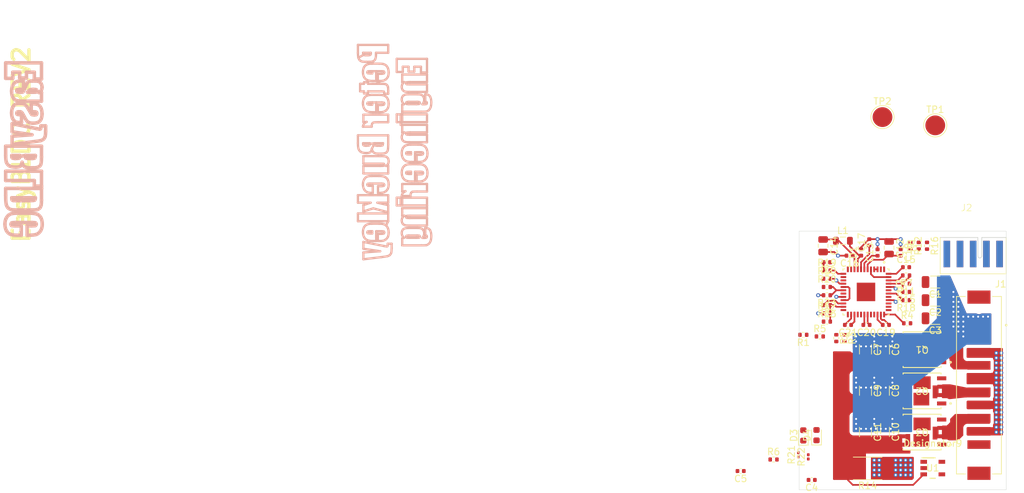
<source format=kicad_pcb>
(kicad_pcb (version 20240108) (generator "pcbnew") (generator_version "8.0")
  (layers (0 "F.Cu" signal) (1 "In1.Cu" signal) (2 "In2.Cu" signal) (31 "B.Cu" signal) (34 "B.Paste" user) (35 "F.Paste" user) (36 "B.SilkS" user "B.Silkscreen") (37 "F.SilkS" user "F.Silkscreen") (38 "B.Mask" user) (39 "F.Mask" user) (44 "Edge.Cuts" user))
  (net 0 "")
  (net 1 "MOT_A")
  (net 2 "GH_A")
  (net 3 "PVDD")
  (net 4 "GL_A")
  (net 5 "GH_B")
  (net 6 "MOT_B")
  (net 7 "GL_B")
  (net 8 "GH_C")
  (net 9 "MOT_C")
  (net 10 "GL_C")
  (net 11 "GND")
  (net 12 "AVDD")
  (net 13 "Net-(D1-K)")
  (net 14 "Net-(D3-K)")
  (net 15 "INPUT")
  (net 16 "CURRENT_SENSE")
  (net 17 "/Power Stage/SENSE")
  (net 18 "Net-(U2-VREG12)")
  (net 19 "NRST")
  (net 20 "Net-(U2-VBOOTU)")
  (net 21 "Net-(U2-VBOOTV)")
  (net 22 "Net-(U2-VBOOTW)")
  (net 23 "SIGNAL")
  (net 24 "Net-(D4-K)")
  (net 27 "SWDIO")
  (net 31 "SWCLK")
  (net 33 "Net-(Q1-G1)")
  (net 34 "Net-(Q1-G2)")
  (net 35 "Net-(Q2-G2)")
  (net 36 "Net-(Q2-G1)")
  (net 37 "Net-(Q3-G1)")
  (net 38 "Net-(Q3-G2)")
  (net 39 "BEMF_COMMON")
  (net 40 "BEMF_A")
  (net 41 "Net-(U1-OUT)")
  (net 42 "Net-(U2-BOOT0)")
  (net 43 "Net-(U2-PA2)")
  (net 44 "VOLT_SENSE")
  (net 45 "Net-(U2-PB6)")
  (net 46 "Net-(U2-PB7)")
  (net 48 "BEMF_C")
  (net 49 "/MCU/OP1O")
  (net 51 "/MCU/OP3O")
  (net 52 "/MCU/OP2O")
  (net 57 "BEMF_B")
  (footprint "Resistor_SMD:R_0402_1005Metric" (layer "F.Cu") (at 146 79.25 180)
    (property "Reference" "R1")
    (property "Value" "33")
  )
  (footprint "LED_SMD:LED_0603_1608Metric" (layer "F.Cu") (at 148 94.4625 90)
    (property "Reference" "D4")
    (property "Value" "GREEN")
  )
  (footprint "Capacitor_SMD:C_1206_3216Metric" (layer "F.Cu") (at 155.42029 93.980273 -90)
    (property "Reference" "C11")
    (property "Value" "47u")
  )
  (footprint "Resistor_SMD:R_0402_1005Metric" (layer "F.Cu") (at 149.575 73.25 180)
    (property "Reference" "R23")
    (property "Value" "10k")
  )
  (footprint "Capacitor_SMD:C_1206_3216Metric" (layer "F.Cu") (at 158.154931 81.466339 -90)
    (property "Reference" "C6")
    (property "Value" "47u")
  )
  (footprint "TestPoint:TestPoint_Pad_D3.0mm" (layer "F.Cu") (at 158 46.25)
    (property "Reference" "TP2")
    (property "Value" "TestPoint")
  )
  (footprint "Resistor_SMD:R_0402_1005Metric" (layer "F.Cu") (at 161.74 77.5)
    (property "Reference" "R4")
    (property "Value" "33")
  )
  (footprint "Capacitor_SMD:C_1206_3216Metric" (layer "F.Cu") (at 155.423883 87.721545 -90)
    (property "Reference" "C9")
    (property "Value" "47u")
  )
  (footprint "Resistor_SMD:R_0402_1005Metric" (layer "F.Cu") (at 149.575 77.25)
    (property "Reference" "R13")
    (property "Value" "10k")
  )
  (footprint "Capacitor_SMD:C_0402_1005Metric" (layer "F.Cu") (at 147.27 101.25 180)
    (property "Reference" "C4")
    (property "Value" "100n")
  )
  (footprint "Resistor_SMD:R_0201_0603Metric" (layer "F.Cu") (at 146.75 97.75 90)
    (property "Reference" "R22")
    (property "Value" "2.2k")
  )
  (footprint "Resistor_SMD:R_0402_1005Metric" (layer "F.Cu") (at 152.25 79.75 -90)
    (property "Reference" "R3")
    (property "Value" "33")
  )
  (footprint "Capacitor_SMD:C_1206_3216Metric" (layer "F.Cu") (at 158.144198 93.969633 -90)
    (property "Reference" "C10")
    (property "Value" "47u")
  )
  (footprint "EasyBLDC:PG-TDSON-8-56" (layer "F.Cu") (at 164 81.5 180)
    (property "Reference" "Q1")
    (property "Value" "IAUC60N04S6N031HATMA1")
  )
  (footprint "Inductor_SMD:L_0805_2012Metric" (layer "F.Cu") (at 152 65)
    (property "Reference" "L1")
    (property "Value" "22u")
  )
  (footprint "Resistor_SMD:R_0402_1005Metric" (layer "F.Cu") (at 151 79.75 -90)
    (property "Reference" "R2")
    (property "Value" "33")
  )
  (footprint "Diode_SMD:D_0402_1005Metric" (layer "F.Cu") (at 154.75 66.765 90)
    (property "Reference" "D1")
    (property "Value" "D")
  )
  (footprint "Diode_SMD:D_0402_1005Metric" (layer "F.Cu") (at 149.575 68.25 180)
    (property "Reference" "D2")
    (property "Value" "D")
  )
  (footprint "Capacitor_SMD:C_1206_3216Metric" (layer "F.Cu") (at 166 74 180)
    (property "Reference" "C2")
    (property "Value" "47u")
  )
  (footprint "Capacitor_SMD:C_0402_1005Metric" (layer "F.Cu") (at 155.575 77.75 180)
    (property "Reference" "C20")
    (property "Value" "1u")
  )
  (footprint "Resistor_SMD:R_0402_1005Metric" (layer "F.Cu") (at 149.575 69.5)
    (property "Reference" "R19")
    (property "Value" "1k")
  )
  (footprint "Capacitor_SMD:C_1206_3216Metric" (layer "F.Cu") (at 166 71.25 180)
    (property "Reference" "C1")
    (property "Value" "47u")
  )
  (footprint "Resistor_SMD:R_0201_0603Metric" (layer "F.Cu") (at 145.25 97.43 90)
    (property "Reference" "R21")
    (property "Value" "10k")
  )
  (footprint "Resistor_SMD:R_0402_1005Metric" (layer "F.Cu") (at 161.575 71.5 180)
    (property "Reference" "R11")
    (property "Value" "10k")
  )
  (footprint "Resistor_SMD:R_0402_1005Metric" (layer "F.Cu") (at 149.575 76)
    (property "Reference" "R17")
    (property "Value" "2.2k")
  )
  (footprint "Capacitor_SMD:C_0402_1005Metric" (layer "F.Cu") (at 161.575 69)
    (property "Reference" "C15")
    (property "Value" "100n")
  )
  (footprint "TestPoint:TestPoint_Pad_D3.0mm" (layer "F.Cu") (at 166 47.5)
    (property "Reference" "TP1")
    (property "Value" "TELEMETRY")
  )
  (footprint "Capacitor_SMD:C_0402_1005Metric" (layer "F.Cu") (at 158.52 77.75 180)
    (property "Reference" "C19")
    (property "Value" "1u")
  )
  (footprint "Capacitor_SMD:C_0402_1005Metric" (layer "F.Cu") (at 136.5 99.899999 180)
    (property "Reference" "C5")
    (property "Value" "100n")
  )
  (footprint "EasyBLDC:DBV0005A_N" (layer "F.Cu") (at 165.624999 99.449998)
    (property "Reference" "U1")
    (property "Value" "INA180A1IDBVR")
  )
  (footprint "Resistor_SMD:R_0402_1005Metric" (layer "F.Cu") (at 148.5 79.5)
    (property "Reference" "R5")
    (property "Value" "33")
  )
  (footprint "Capacitor_SMD:C_0805_2012Metric" (layer "F.Cu") (at 149 65.75 -90)
    (property "Reference" "C14")
    (property "Value" "22u")
  )
  (footprint "EasyBLDC:AMPHENOL_10159560-A00221RLF" (layer "F.Cu") (at 172.622 86.888 -90)
    (property "Reference" "J1")
    (property "Value" "10159560-A00221RLF")
  )
  (footprint "Resistor_SMD:R_0402_1005Metric" (layer "F.Cu") (at 162.25 65.75 -90)
    (property "Reference" "R12")
    (property "Value" "10k")
  )
  (footprint "EasyBLDC:PG-TDSON-8-56" (layer "F.Cu") (at 164 94 180)
    (property "Reference" "Q3")
    (property "Value" "IAUC60N04S6N031HATMA1")
  )
  (footprint "Capacitor_SMD:C_1206_3216Metric" (layer "F.Cu") (at 158.133604 87.717998 -90)
    (property "Reference" "C8")
    (property "Value" "47u")
  )
  (footprint "Resistor_SMD:R_0402_1005Metric" (layer "F.Cu") (at 149.575 74.75 180)
    (property "Reference" "R9")
    (property "Value" "10k")
  )
  (footprint "Resistor_SMD:R_0402_1005Metric" (layer "F.Cu") (at 161.575 74 180)
    (property "Reference" "R18")
    (property "Value" "10k")
  )
  (footprint "Resistor_SMD:R_2512_6332Metric" (layer "F.Cu") (at 155.75 99.5 180)
    (property "Reference" "R14")
    (property "Value" "0.001")
  )
  (footprint "Capacitor_SMD:C_0805_2012Metric" (layer "F.Cu") (at 159 66.05 -90)
    (property "Reference" "C12")
    (property "Value" "10u")
  )
  (footprint "Resistor_SMD:R_0402_1005Metric" (layer "F.Cu") (at 161.585 70.25 180)
    (property "Reference" "R7")
    (property "Value" "10k")
  )
  (footprint "Resistor_SMD:R_0402_1005Metric" (layer "F.Cu") (at 163.5 65.75 90)
    (property "Reference" "R8")
    (property "Value" "10k")
  )
  (footprint "Resistor_SMD:R_0402_1005Metric" (layer "F.Cu") (at 141.49 98.149999)
    (property "Reference" "R6")
    (property "Value" "33")
  )
  (footprint "Resistor_SMD:R_0402_1005Metric" (layer "F.Cu") (at 164.75 65.75 -90)
    (property "Reference" "R16")
    (property "Value" "2.2k")
  )
  (footprint "Capacitor_SMD:C_0402_1005Metric" (layer "F.Cu") (at 160.75 66.77 -90)
    (property "Reference" "C18")
    (property "Value" "100n")
  )
  (footprint "Resistor_SMD:R_0402_1005Metric" (layer "F.Cu") (at 161.575 72.75 180)
    (property "Reference" "R15")
    (property "Value" "2.2k")
  )
  (footprint "EasyBLDC:PG-TDSON-8-56" (layer "F.Cu") (at 164 87.75 180)
    (property "Reference" "Q2")
    (property "Value" "IAUC60N04S6N031HATMA1")
  )
  (footprint "Capacitor_SMD:C_1206_3216Metric" (layer "F.Cu") (at 166 76.75 180)
    (property "Reference" "C3")
    (property "Value" "47u")
  )
  (footprint "Resistor_SMD:R_0402_1005Metric" (layer "F.Cu") (at 149.575 70.75)
    (property "Reference" "R10")
    (property "Value" "1k")
  )
  (footprint "Capacitor_SMD:C_0402_1005Metric" (layer "F.Cu") (at 153.02 67.25 180)
    (property "Reference" "C16")
    (property "Value" "100n")
  )
  (footprint "Capacitor_SMD:C_0402_1005Metric" (layer "F.Cu") (at 152.77 77.75 180)
    (property "Reference" "C21")
    (property "Value" "1u")
  )
  (footprint "Capacitor_SMD:C_0402_1005Metric" (layer "F.Cu") (at 156 65.23 90)
    (property "Reference" "C17")
    (property "Value" "100n")
  )
  (footprint "Capacitor_SMD:C_1206_3216Metric" (layer "F.Cu") (at 155.420382 81.455699 -90)
    (property "Reference" "C7")
    (property "Value" "47u")
  )
  (footprint "EasyBLDC:STLINK-V3MINIE-EDGE" (layer "F.Cu") (at 170.75 64.5)
    (property "Reference" "J2")
    (property "Value" "STLINK-V3MINIE-EDGE")
    (fp_line (start 1.7 0) (end -4 0) (stroke (width 0.1)) (layer "Edge.Cuts"))
    (fp_line (start 1.7 0) (end 1.7 2.8) (stroke (width 0.1)) (layer "Edge.Cuts"))
    (fp_line (start 2.3 0) (end 2.3 2.8) (stroke (width 0.1)) (layer "Edge.Cuts"))
    (fp_line (start 2.3 0) (end 6 0) (stroke (width 0.1)) (layer "Edge.Cuts"))
    (fp_arc (start 2.3 2.8) (mid 2 3.1) (end 1.7 2.8) (stroke (width 0.1)) (layer "Edge.Cuts"))
  )
  (footprint "Capacitor_SMD:C_0402_1005Metric" (layer "F.Cu") (at 157.25 66.785 90)
    (property "Reference" "C13")
    (property "Value" "100n")
  )
  (footprint "LED_SMD:LED_0603_1608Metric" (layer "F.Cu") (at 146 94.5 90)
    (property "Reference" "D3")
    (property "Value" "GREEN")
  )
  (footprint "EasyBLDC:IC_STSPIN32F0A" (layer "F.Cu") (at 155.5 72.75 -90)
    (property "Reference" "U2")
    (property "Value" "STSPIN32F0A")
  )
  (footprint "Resistor_SMD:R_0402_1005Metric" (layer "F.Cu") (at 149.575 72)
    (property "Reference" "R20")
    (property "Value" "100k")
  )
  (gr_curve (pts (xy 85.3126 55.4486) (xy 85.4344 55.6574) (xy 85.5959 55.8044) (xy 85.7969 55.8885)) (stroke (width 0.35)) (layer "B.SilkS"))
  (gr_curve (pts (xy 85.3649 42.9853) (xy 85.2082 43.1148) (xy 85.13 43.3121) (xy 85.13 43.5759)) (stroke (width 0.35)) (layer "B.SilkS"))
  (gr_curve (pts (xy 25.988 42.3077) (xy 25.988 42.7657) (xy 26.0692 43.1114) (xy 26.2318 43.3438)) (stroke (width 0.53)) (layer "B.SilkS"))
  (gr_line (start 31.1468 47.5811) (end 30.4324 47.5811) (stroke (width 0.53)) (layer "B.SilkS"))
  (gr_line (start 79.269 36.5008) (end 80.4377 36.5008) (stroke (width 0.35)) (layer "B.SilkS"))
  (gr_curve (pts (xy 26.7779 42.2539) (xy 26.7779 42.1612) (xy 26.8077 42.1039) (xy 26.8672 42.0822)) (stroke (width 0.53)) (layer "B.SilkS"))
  (gr_line (start 29.5302 40.777) (end 29.1639 40.777) (stroke (width 0.53)) (layer "B.SilkS"))
  (gr_curve (pts (xy 86.259 54.8716) (xy 86.0637 54.8716) (xy 85.939 54.8609) (xy 85.882 54.8396)) (stroke (width 0.35)) (layer "B.SilkS"))
  (gr_line (start 84.9675 59.6392) (end 84.9675 58.4618) (stroke (width 0.35)) (layer "B.SilkS"))
  (gr_curve (pts (xy 85.7969 55.8885) (xy 85.997 55.9726) (xy 86.2803 56.0141) (xy 86.6447 56.0141)) (stroke (width 0.35)) (layer "B.SilkS"))
  (gr_line (start 83.0738 42.7137) (end 83.0738 42.2506) (stroke (width 0.35)) (layer "B.SilkS"))
  (gr_curve (pts (xy 25.8987 62.4943) (xy 25.8987 62.3798) (xy 25.9399 62.3066) (xy 26.0223 62.2756)) (stroke (width 0.53)) (layer "B.SilkS"))
  (gr_line (start 79.3154 54.7962) (end 83.0738 54.7962) (stroke (width 0.35)) (layer "B.SilkS"))
  (gr_curve (pts (xy 29.7913 60.9441) (xy 29.5257 60.8571) (xy 29.1272 60.8136) (xy 28.5949 60.8136)) (stroke (width 0.53)) (layer "B.SilkS"))
  (gr_curve (pts (xy 82.9163 67.3427) (xy 83.0729 67.3079) (xy 83.2024 67.2499) (xy 83.3039 67.1687)) (stroke (width 0.35)) (layer "B.SilkS"))
  (gr_line (start 29.0276 62.737) (end 28.3441 62.737) (stroke (width 0.53)) (layer "B.SilkS"))
  (gr_curve (pts (xy 80.5943 51.0745) (xy 80.6571 51.351) (xy 80.7606 51.5385) (xy 80.9046 51.6371)) (stroke (width 0.35)) (layer "B.SilkS"))
  (gr_curve (pts (xy 86.1352 42.7919) (xy 85.7786 42.7919) (xy 85.5214 42.8567) (xy 85.3649 42.9853)) (stroke (width 0.35)) (layer "B.SilkS"))
  (gr_line (start 84.3701 39.4077) (end 85.2865 39.4077) (stroke (width 0.35)) (layer "B.SilkS"))
  (gr_curve (pts (xy 79.791 51.698) (xy 80.0587 51.698) (xy 80.2453 51.6565) (xy 80.3507 51.5724)) (stroke (width 0.35)) (layer "B.SilkS"))
  (gr_curve (pts (xy 82.403 39.3274) (xy 82.4522 39.3525) (xy 82.4764 39.3999) (xy 82.4764 39.4705)) (stroke (width 0.35)) (layer "B.SilkS"))
  (gr_curve (pts (xy 28.1529 52.4492) (xy 28.1037 52.4011) (xy 28.0762 52.274) (xy 28.0694 52.0679)) (stroke (width 0.53)) (layer "B.SilkS"))
  (gr_line (start 78.486 60.8524) (end 78.486 62.0298) (stroke (width 0.35)) (layer "B.SilkS"))
  (gr_line (start 26.1734 40.382) (end 26.1734 39.4409) (stroke (width 0.53)) (layer "B.SilkS"))
  (gr_curve (pts (xy 79.4284 44.9418) (xy 79.5503 45.1506) (xy 79.7117 45.2976) (xy 79.9128 45.3817)) (stroke (width 0.35)) (layer "B.SilkS"))
  (gr_line (start 80.024 36.8778) (end 79.646 36.8778) (stroke (width 0.35)) (layer "B.SilkS"))
  (gr_line (start 87.36 44.2884) (end 86.1962 44.2884) (stroke (width 0.35)) (layer "B.SilkS"))
  (gr_line (start 88.958 47.0115) (end 88.958 45.834) (stroke (width 0.35)) (layer "B.SilkS"))
  (gr_line (start 88.958 57.529) (end 88.958 56.3863) (stroke (width 0.35)) (layer "B.SilkS"))
  (gr_curve (pts (xy 28.8044 42.1005) (xy 28.912 42.065) (xy 29.0654 42.0478) (xy 29.2669 42.0478)) (stroke (width 0.53)) (layer "B.SilkS"))
  (gr_curve (pts (xy 30.6041 45.763) (xy 30.6041 45.4195) (xy 30.5503 45.1241) (xy 30.4438 44.8803)) (stroke (width 0.53)) (layer "B.SilkS"))
  (gr_curve (pts (xy 86.4524 58.2076) (xy 86.4524 57.9977) (xy 86.4804 57.8431) (xy 86.5374 57.7445)) (stroke (width 0.35)) (layer "B.SilkS"))
  (gr_curve (pts (xy 80.6117 42.8799) (xy 80.283 42.8799) (xy 80.024 42.9244) (xy 79.8336 43.0133)) (stroke (width 0.35)) (layer "B.SilkS"))
  (gr_curve (pts (xy 26.5169 44.3445) (xy 26.3475 44.4384) (xy 26.2169 44.5975) (xy 26.1253 44.8219)) (stroke (width 0.53)) (layer "B.SilkS"))
  (gr_line (start 28.2411 39.4409) (end 29.4364 39.4409) (stroke (width 0.53)) (layer "B.SilkS"))
  (gr_curve (pts (xy 26.8283 43.7629) (xy 27.0642 43.8098) (xy 27.5507 43.8338) (xy 28.2869 43.8338)) (stroke (width 0.53)) (layer "B.SilkS"))
  (gr_curve (pts (xy 26.8672 42.0822) (xy 26.9256 42.0593) (xy 27.0802 42.0478) (xy 27.3286 42.0478)) (stroke (width 0.53)) (layer "B.SilkS"))
  (gr_line (start 83.0738 53.6333) (end 82.7606 53.6536) (stroke (width 0.35)) (layer "B.SilkS"))
  (gr_line (start 86.1623 39.3555) (end 87.0324 39.3555) (stroke (width 0.35)) (layer "B.SilkS"))
  (gr_line (start 31.1468 48.402) (end 31.1468 47.5811) (stroke (width 0.53)) (layer "B.SilkS"))
  (gr_curve (pts (xy 80.3507 51.5724) (xy 80.457 51.4883) (xy 80.5372 51.322) (xy 80.5943 51.0745)) (stroke (width 0.35)) (layer "B.SilkS"))
  (gr_curve (pts (xy 88.9222 51.1276) (xy 88.8526 50.9429) (xy 88.7569 50.7989) (xy 88.6351 50.6954)) (stroke (width 0.35)) (layer "B.SilkS"))
  (gr_curve (pts (xy 25.988 45.6038) (xy 25.988 45.8992) (xy 26.0257 46.15) (xy 26.1002 46.356)) (stroke (width 0.53)) (layer "B.SilkS"))
  (gr_curve (pts (xy 87.7709 64.5113) (xy 87.711 64.5345) (xy 87.5737 64.546) (xy 87.36 64.546)) (stroke (width 0.35)) (layer "B.SilkS"))
  (gr_line (start 85.1995 65.6886) (end 88.0947 65.6886) (stroke (width 0.35)) (layer "B.SilkS"))
  (gr_line (start 85.1995 47.0115) (end 88.958 47.0115) (stroke (width 0.35)) (layer "B.SilkS"))
  (gr_curve (pts (xy 82.4764 63.7292) (xy 82.4764 63.8172) (xy 82.4435 63.8761) (xy 82.3788 63.9052)) (stroke (width 0.35)) (layer "B.SilkS"))
  (gr_curve (pts (xy 81.7804 40.7755) (xy 82.0134 40.7755) (xy 82.1922 40.761) (xy 82.3169 40.732)) (stroke (width 0.35)) (layer "B.SilkS"))
  (gr_line (start 78.8166 42.3483) (end 79.4082 42.3483) (stroke (width 0.35)) (layer "B.SilkS"))
  (gr_line (start 81.9989 63.9496) (end 81.502 63.9496) (stroke (width 0.35)) (layer "B.SilkS"))
  (gr_curve (pts (xy 82.6223 41.2367) (xy 82.5219 41.2163) (xy 82.285 41.2057) (xy 81.9119 41.2057)) (stroke (width 0.35)) (layer "B.SilkS"))
  (gr_line (start 29.0803 48.9241) (end 26.0704 49.1427) (stroke (width 0.53)) (layer "B.SilkS"))
  (gr_curve (pts (xy 25.2197 63.4915) (xy 25.38 63.7617) (xy 25.5804 63.9392) (xy 25.8208 64.025)) (stroke (width 0.53)) (layer "B.SilkS"))
  (gr_curve (pts (xy 85.2691 62.3952) (xy 85.361 62.52) (xy 85.4779 62.6002) (xy 85.6191 62.6359)) (stroke (width 0.35)) (layer "B.SilkS"))
  (gr_line (start 83.0738 50.3901) (end 83.0738 49.0126) (stroke (width 0.35)) (layer "B.SilkS"))
  (gr_curve (pts (xy 79.9128 63.7292) (xy 79.9128 63.648) (xy 79.937 63.5978) (xy 79.9853 63.5784)) (stroke (width 0.35)) (layer "B.SilkS"))
  (gr_line (start 30.5217 43.8338) (end 30.5217 42.5149) (stroke (width 0.53)) (layer "B.SilkS"))
  (gr_curve (pts (xy 79.3975 43.4493) (xy 79.2961 43.6523) (xy 79.2458 43.8843) (xy 79.2458 44.1473)) (stroke (width 0.35)) (layer "B.SilkS"))
  (gr_curve (pts (xy 29.7077 45.4848) (xy 29.7787 45.5157) (xy 29.8142 45.5752) (xy 29.8142 45.6634)) (stroke (width 0.53)) (layer "B.SilkS"))
  (gr_line (start 83.6016 66.1402) (end 83.6016 65.447) (stroke (width 0.35)) (layer "B.SilkS"))
  (gr_line (start 88.958 62.6901) (end 88.958 61.5474) (stroke (width 0.35)) (layer "B.SilkS"))
  (gr_curve (pts (xy 83.0371 40.1162) (xy 83.1077 39.9509) (xy 83.1434 39.744) (xy 83.1434 39.4946)) (stroke (width 0.35)) (layer "B.SilkS"))
  (gr_curve (pts (xy 80.3594 36.815) (xy 80.3062 36.8566) (xy 80.1941 36.8778) (xy 80.024 36.8778)) (stroke (width 0.35)) (layer "B.SilkS"))
  (gr_curve (pts (xy 79.8336 62.5402) (xy 79.6441 62.6291) (xy 79.4981 62.7742) (xy 79.3975 62.9762)) (stroke (width 0.35)) (layer "B.SilkS"))
  (gr_line (start 30.5217 52.2843) (end 30.5217 50.6528) (stroke (width 0.53)) (layer "B.SilkS"))
  (gr_curve (pts (xy 85.882 61.5213) (xy 85.8249 61.5049) (xy 85.7969 61.4575) (xy 85.7969 61.3792)) (stroke (width 0.35)) (layer "B.SilkS"))
  (gr_line (start 81.8568 66.581) (end 79.3154 66.7656) (stroke (width 0.35)) (layer "B.SilkS"))
  (gr_curve (pts (xy 89.507 65.0119) (xy 89.5737 64.8157) (xy 89.6076 64.5693) (xy 89.6076 64.2725)) (stroke (width 0.35)) (layer "B.SilkS"))
  (gr_curve (pts (xy 80.5952 55.1761) (xy 80.2753 55.1761) (xy 80.0346 55.208) (xy 79.8722 55.2728)) (stroke (width 0.35)) (layer "B.SilkS"))
  (gr_curve (pts (xy 28.4827 40.935) (xy 28.3613 41.0403) (xy 28.2205 41.3014) (xy 28.0602 41.7181)) (stroke (width 0.53)) (layer "B.SilkS"))
  (gr_line (start 80.0056 40.9621) (end 79.4082 40.9621) (stroke (width 0.35)) (layer "B.SilkS"))
  (gr_line (start 81.2584 39.2907) (end 82.0733 39.2907) (stroke (width 0.35)) (layer "B.SilkS"))
  (gr_line (start 27.2107 39.4409) (end 27.2107 40.3202) (stroke (width 0.53)) (layer "B.SilkS"))
  (gr_curve (pts (xy 81.0737 50.5293) (xy 81.0322 50.4887) (xy 81.009 50.3814) (xy 81.0032 50.2074)) (stroke (width 0.35)) (layer "B.SilkS"))
  (gr_curve (pts (xy 30.4553 46.5598) (xy 30.5549 46.3389) (xy 30.6041 46.0744) (xy 30.6041 45.763)) (stroke (width 0.53)) (layer "B.SilkS"))
  (gr_line (start 81.502 39.6908) (end 81.502 40.7755) (stroke (width 0.35)) (layer "B.SilkS"))
  (gr_line (start 80.8147 60.081) (end 83.0738 60.6784) (stroke (width 0.35)) (layer "B.SilkS"))
  (gr_line (start 85.1995 47.4233) (end 85.1995 48.5833) (stroke (width 0.35)) (layer "B.SilkS"))
  (gr_line (start 81.7089 38.1481) (end 80.6117 38.1481) (stroke (width 0.35)) (layer "B.SilkS"))
  (gr_line (start 26.1734 39.4409) (end 27.2107 39.4409) (stroke (width 0.53)) (layer "B.SilkS"))
  (gr_curve (pts (xy 26.7779 45.6611) (xy 26.7779 45.5855) (xy 26.8031 45.5283) (xy 26.8535 45.4905)) (stroke (width 0.53)) (layer "B.SilkS"))
  (gr_line (start 83.0738 60.8524) (end 78.486 60.8524) (stroke (width 0.35)) (layer "B.SilkS"))
  (gr_line (start 80.7606 40.7755) (end 81.2584 40.7755) (stroke (width 0.35)) (layer "B.SilkS"))
  (gr_curve (pts (xy 26.0647 58.7838) (xy 26.0315 58.7288) (xy 26.0154 58.6258) (xy 26.0154 58.4735)) (stroke (width 0.53)) (layer "B.SilkS"))
  (gr_curve (pts (xy 30.3729 63.5064) (xy 30.5503 63.2339) (xy 30.6385 62.8996) (xy 30.6385 62.5012)) (stroke (width 0.53)) (layer "B.SilkS"))
  (gr_curve (pts (xy 82.7509 62.6804) (xy 82.6292 62.5769) (xy 82.4948 62.5064) (xy 82.3478 62.4668)) (stroke (width 0.35)) (layer "B.SilkS"))
  (gr_line (start 87.0324 38.613) (end 88.0416 38.613) (stroke (width 0.35)) (layer "B.SilkS"))
  (gr_curve (pts (xy 87.6645 56.0141) (xy 87.8976 56.0141) (xy 88.0764 55.9996) (xy 88.2011 55.9706)) (stroke (width 0.35)) (layer "B.SilkS"))
  (gr_line (start 87.3861 54.9295) (end 87.3861 56.0141) (stroke (width 0.35)) (layer "B.SilkS"))
  (gr_line (start 85.1995 57.5231) (end 85.6945 57.4825) (stroke (width 0.35)) (layer "B.SilkS"))
  (gr_curve (pts (xy 85.7969 52.9236) (xy 85.997 53.0077) (xy 86.2803 53.0493) (xy 86.6447 53.0493)) (stroke (width 0.35)) (layer "B.SilkS"))
  (gr_line (start 81.502 40.7755) (end 81.7804 40.7755) (stroke (width 0.35)) (layer "B.SilkS"))
  (gr_line (start 79.3154 60.545) (end 80.8147 60.081) (stroke (width 0.35)) (layer "B.SilkS"))
  (gr_curve (pts (xy 80.2009 50.5429) (xy 80.1428 50.5748) (xy 79.9775 50.5902) (xy 79.7059 50.5902)) (stroke (width 0.35)) (layer "B.SilkS"))
  (gr_curve (pts (xy 25.0881 52.0588) (xy 25.0881 52.503) (xy 25.1224 52.8396) (xy 25.1923 53.0685)) (stroke (width 0.53)) (layer "B.SilkS"))
  (gr_curve (pts (xy 83.3039 67.1687) (xy 83.4063 67.0884) (xy 83.4808 66.9754) (xy 83.5291 66.8313)) (stroke (width 0.35)) (layer "B.SilkS"))
  (gr_curve (pts (xy 25.4911 60.0466) (xy 25.6342 60.1714) (xy 25.7933 60.2504) (xy 25.9685 60.2813)) (stroke (width 0.53)) (layer "B.SilkS"))
  (gr_curve (pts (xy 29.8851 60.2595) (xy 30.05 60.2137) (xy 30.1794 60.1336) (xy 30.2721 60.0203)) (stroke (width 0.53)) (layer "B.SilkS"))
  (gr_curve (pts (xy 30.6041 41.7261) (xy 30.6041 41.4891) (xy 30.5377 41.2716) (xy 30.4049 41.0735)) (stroke (width 0.53)) (layer "B.SilkS"))
  (gr_line (start 84.9675 47.4233) (end 84.9675 45.834) (stroke (width 0.35)) (layer "B.SilkS"))
  (gr_curve (pts (xy 85.7969 44.1221) (xy 85.7969 44.0535) (xy 85.824 44.0051) (xy 85.8772 43.9771)) (stroke (width 0.35)) (layer "B.SilkS"))
  (gr_line (start 85.2865 38.613) (end 86.1623 38.613) (stroke (width 0.35)) (layer "B.SilkS"))
  (gr_curve (pts (xy 79.9128 39.4705) (xy 79.9128 39.3892) (xy 79.937 39.339) (xy 79.9853 39.3197)) (stroke (width 0.35)) (layer "B.SilkS"))
  (gr_curve (pts (xy 83.0738 42.2506) (xy 83.0738 41.9897) (xy 83.0632 41.8031) (xy 83.041 41.6909)) (stroke (width 0.35)) (layer "B.SilkS"))
  (gr_line (start 80.6494 39.2907) (end 80.6494 39.6329) (stroke (width 0.35)) (layer "B.SilkS"))
  (gr_line (start 85.1995 45.4309) (end 88.0947 45.4309) (stroke (width 0.35)) (layer "B.SilkS"))
  (gr_curve (pts (xy 29.5943 52.0679) (xy 29.5875 52.2625) (xy 29.5566 52.3873) (xy 29.5005 52.4411)) (stroke (width 0.53)) (layer "B.SilkS"))
  (gr_line (start 29.3207 42.4806) (end 28.4048 42.4806) (stroke (width 0.53)) (layer "B.SilkS"))
  (gr_line (start 81.9989 39.6908) (end 81.502 39.6908) (stroke (width 0.35)) (layer "B.SilkS"))
  (gr_curve (pts (xy 85.13 43.5759) (xy 85.13 43.72) (xy 85.1599 43.8514) (xy 85.2189 43.9703)) (stroke (width 0.35)) (layer "B.SilkS"))
  (gr_curve (pts (xy 88.259 64.5634) (xy 88.348 64.4648) (xy 88.4147 64.3605) (xy 88.4601 64.2521)) (stroke (width 0.35)) (layer "B.SilkS"))
  (gr_line (start 81.4372 59.2255) (end 83.0738 59.2226) (stroke (width 0.35)) (layer "B.SilkS"))
  (gr_curve (pts (xy 83.0371 44.8481) (xy 83.1077 44.6828) (xy 83.1434 44.4759) (xy 83.1434 44.2265)) (stroke (width 0.35)) (layer "B.SilkS"))
  (gr_curve (pts (xy 88.6012 52.7999) (xy 88.7433 52.6926) (xy 88.8497 52.5553) (xy 88.9212 52.39)) (stroke (width 0.35)) (layer "B.SilkS"))
  (gr_curve (pts (xy 86.4959 53.3867) (xy 86.1672 53.3867) (xy 85.9081 53.4312) (xy 85.7177 53.5201)) (stroke (width 0.35)) (layer "B.SilkS"))
  (gr_curve (pts (xy 27.2966 53.6845) (xy 27.4225 53.5849) (xy 27.5175 53.388) (xy 27.5851 53.0949)) (stroke (width 0.53)) (layer "B.SilkS"))
  (gr_curve (pts (xy 85.6191 50.0081) (xy 85.7593 50.0439) (xy 85.9941 50.0623) (xy 86.3228 50.0623)) (stroke (width 0.35)) (layer "B.SilkS"))
  (gr_curve (pts (xy 27.221 52.2064) (xy 27.221 52.3415) (xy 27.1867 52.4286) (xy 27.1191 52.4652)) (stroke (width 0.53)) (layer "B.SilkS"))
  (gr_line (start 78.8166 41.2057) (end 78.8166 42.3483) (stroke (width 0.35)) (layer "B.SilkS"))
  (gr_line (start 79.4082 42.6673) (end 80.0056 42.6673) (stroke (width 0.35)) (layer "B.SilkS"))
  (gr_curve (pts (xy 81.7804 65.0342) (xy 82.0134 65.0342) (xy 82.1922 65.0197) (xy 82.3169 64.9908)) (stroke (width 0.35)) (layer "B.SilkS"))
  (gr_line (start 27.4923 47.0682) (end 27.4923 45.8729) (stroke (width 0.53)) (layer "B.SilkS"))
  (gr_curve (pts (xy 27.0081 60.8136) (xy 26.6165 60.8136) (xy 26.3234 60.8274) (xy 26.1276 60.8537)) (stroke (width 0.53)) (layer "B.SilkS"))
  (gr_line (start 81.502 45.5074) (end 81.7804 45.5074) (stroke (width 0.35)) (layer "B.SilkS"))
  (gr_curve (pts (xy 27.2508 45.8729) (xy 27.0447 45.8729) (xy 26.9153 45.8614) (xy 26.8604 45.8374)) (stroke (width 0.53)) (layer "B.SilkS"))
  (gr_curve (pts (xy 27.5897 45.6325) (xy 27.6664 45.7264) (xy 27.7774 45.921) (xy 27.9228 46.2152)) (stroke (width 0.53)) (layer "B.SilkS"))
  (gr_line (start 80.6494 39.6329) (end 80.3749 39.6329) (stroke (width 0.35)) (layer "B.SilkS"))
  (gr_curve (pts (xy 26.6978 40.8961) (xy 26.5112 40.9751) (xy 26.3463 41.1354) (xy 26.2032 41.3746)) (stroke (width 0.53)) (layer "B.SilkS"))
  (gr_curve (pts (xy 80.3749 63.8917) (xy 80.1796 63.8917) (xy 80.0549 63.881) (xy 79.9979 63.8598)) (stroke (width 0.35)) (layer "B.SilkS"))
  (gr_line (start 87.36 64.546) (end 86.1962 64.546) (stroke (width 0.35)) (layer "B.SilkS"))
  (gr_line (start 79.3154 59.5851) (end 79.3154 60.545) (stroke (width 0.35)) (layer "B.SilkS"))
  (gr_curve (pts (xy 85.7969 48.7515) (xy 85.7969 48.6693) (xy 85.8298 48.6181) (xy 85.8946 48.5968)) (stroke (width 0.35)) (layer "B.SilkS"))
  (gr_curve (pts (xy 80.2869 50.3243) (xy 80.2869 50.4384) (xy 80.2579 50.512) (xy 80.2009 50.5429)) (stroke (width 0.35)) (layer "B.SilkS"))
  (gr_curve (pts (xy 85.8946 48.5968) (xy 85.9603 48.5765) (xy 86.1343 48.5659) (xy 86.4175 48.5659)) (stroke (width 0.35)) (layer "B.SilkS"))
  (gr_curve (pts (xy 30.4003 47.9864) (xy 30.3797 48.0471) (xy 30.3316 48.078) (xy 30.2584 48.078)) (stroke (width 0.53)) (layer "B.SilkS"))
  (gr_curve (pts (xy 30.2584 48.078) (xy 30.2217 48.078) (xy 30.0672 48.0494) (xy 29.7924 47.9933)) (stroke (width 0.53)) (layer "B.SilkS"))
  (gr_line (start 30.5217 58.8387) (end 30.5217 57.0584) (stroke (width 0.53)) (layer "B.SilkS"))
  (gr_curve (pts (xy 85.882 54.8396) (xy 85.8249 54.8184) (xy 85.7969 54.7749) (xy 85.7969 54.7091)) (stroke (width 0.35)) (layer "B.SilkS"))
  (gr_line (start 79.3154 53.6536) (end 79.3154 54.7962) (stroke (width 0.35)) (layer "B.SilkS"))
  (gr_curve (pts (xy 88.6351 53.6603) (xy 88.5133 53.5568) (xy 88.3789 53.4862) (xy 88.232 53.4466)) (stroke (width 0.35)) (layer "B.SilkS"))
  (gr_curve (pts (xy 85.5485 40.936) (xy 85.4093 41.0191) (xy 85.3049 41.1207) (xy 85.2343 41.2405)) (stroke (width 0.35)) (layer "B.SilkS"))
  (gr_curve (pts (xy 80.4406 36.5879) (xy 80.4406 36.6971) (xy 80.4135 36.7725) (xy 80.3594 36.815)) (stroke (width 0.35)) (layer "B.SilkS"))
  (gr_curve (pts (xy 89.507 44.7543) (xy 89.5737 44.5581) (xy 89.6076 44.3116) (xy 89.6076 44.0148)) (stroke (width 0.35)) (layer "B.SilkS"))
  (gr_curve (pts (xy 82.9917 51.3413) (xy 83.0467 51.1867) (xy 83.0738 50.8696) (xy 83.0738 50.3901)) (stroke (width 0.35)) (layer "B.SilkS"))
  (gr_curve (pts (xy 80.4377 36.5008) (xy 80.4396 36.5347) (xy 80.4406 36.5636) (xy 80.4406 36.5879)) (stroke (width 0.35)) (layer "B.SilkS"))
  (gr_curve (pts (xy 27.3801 45.4619) (xy 27.4443 45.4802) (xy 27.5141 45.5374) (xy 27.5897 45.6325)) (stroke (width 0.53)) (layer "B.SilkS"))
  (gr_line (start 88.958 60.051) (end 85.1995 60.051) (stroke (width 0.35)) (layer "B.SilkS"))
  (gr_curve (pts (xy 88.2011 55.9706) (xy 88.3257 55.9407) (xy 88.4591 55.872) (xy 88.6012 55.7647)) (stroke (width 0.35)) (layer "B.SilkS"))
  (gr_curve (pts (xy 28.4048 42.4806) (xy 28.5639 42.2619) (xy 28.6968 42.1348) (xy 28.8044 42.1005)) (stroke (width 0.53)) (layer "B.SilkS"))
  (gr_curve (pts (xy 88.8642 44.2623) (xy 88.813 44.2913) (xy 88.7057 44.3058) (xy 88.5432 44.3058)) (stroke (width 0.35)) (layer "B.SilkS"))
  (gr_curve (pts (xy 26.0006 62.6924) (xy 25.933 62.6626) (xy 25.8987 62.5962) (xy 25.8987 62.4943)) (stroke (width 0.53)) (layer "B.SilkS"))
  (gr_curve (pts (xy 27.4958 40.777) (xy 27.1512 40.777) (xy 26.8856 40.8171) (xy 26.6978 40.8961)) (stroke (width 0.53)) (layer "B.SilkS"))
  (gr_curve (pts (xy 29.2669 42.0478) (xy 29.4982 42.0478) (xy 29.6459 42.0627) (xy 29.7134 42.0936)) (stroke (width 0.53)) (layer "B.SilkS"))
  (gr_line (start 87.1425 56.0141) (end 87.1425 54.5293) (stroke (width 0.35)) (layer "B.SilkS"))
  (gr_curve (pts (xy 30.4324 47.5811) (xy 30.4324 47.7918) (xy 30.4221 47.9269) (xy 30.4003 47.9864)) (stroke (width 0.53)) (layer "B.SilkS"))
  (gr_curve (pts (xy 87.6645 53.0493) (xy 87.8976 53.0493) (xy 88.0764 53.0348) (xy 88.2011 53.0058)) (stroke (width 0.35)) (layer "B.SilkS"))
  (gr_curve (pts (xy 29.1639 40.777) (xy 28.8307 40.777) (xy 28.604 40.8297) (xy 28.4827 40.935)) (stroke (width 0.53)) (layer "B.SilkS"))
  (gr_line (start 86.259 51.5645) (end 86.5335 51.5645) (stroke (width 0.35)) (layer "B.SilkS"))
  (gr_curve (pts (xy 82.4986 52.1823) (xy 82.3904 52.1697) (xy 82.1748 52.163) (xy 81.851 52.163)) (stroke (width 0.35)) (layer "B.SilkS"))
  (gr_curve (pts (xy 30.4839 42.1944) (xy 30.5641 42.0639) (xy 30.6041 41.9081) (xy 30.6041 41.7261)) (stroke (width 0.53)) (layer "B.SilkS"))
  (gr_line (start 78.486 35.306) (end 78.486 36.5076) (stroke (width 0.35)) (layer "B.SilkS"))
  (gr_curve (pts (xy 86.3547 48.9197) (xy 86.0966 48.9197) (xy 85.9381 48.911) (xy 85.882 48.8936)) (stroke (width 0.35)) (layer "B.SilkS"))
  (gr_curve (pts (xy 79.9128 45.3817) (xy 80.1129 45.4658) (xy 80.3961 45.5074) (xy 80.7606 45.5074)) (stroke (width 0.35)) (layer "B.SilkS"))
  (gr_line (start 88.958 40.936) (end 88.958 39.7933) (stroke (width 0.35)) (layer "B.SilkS"))
  (gr_curve (pts (xy 88.259 44.3058) (xy 88.348 44.2072) (xy 88.4147 44.1028) (xy 88.4601 43.9945)) (stroke (width 0.35)) (layer "B.SilkS"))
  (gr_line (start 79.3154 52.163) (end 79.3154 53.3056) (stroke (width 0.35)) (layer "B.SilkS"))
  (gr_curve (pts (xy 87.8618 44.1009) (xy 87.8618 44.1791) (xy 87.8318 44.2304) (xy 87.7709 44.2536)) (stroke (width 0.35)) (layer "B.SilkS"))
  (gr_line (start 27.7946 40.777) (end 27.4958 40.777) (stroke (width 0.53)) (layer "B.SilkS"))
  (gr_line (start 80.0056 41.2057) (end 80.0056 40.9621) (stroke (width 0.35)) (layer "B.SilkS"))
  (gr_line (start 84.3701 45.834) (end 84.3701 47.0115) (stroke (width 0.35)) (layer "B.SilkS"))
  (gr_curve (pts (xy 83.0371 64.375) (xy 83.1077 64.2097) (xy 83.1434 64.0028) (xy 83.1434 63.7534)) (stroke (width 0.35)) (layer "B.SilkS"))
  (gr_line (start 81.0032 50.2074) (end 80.5943 51.0745) (stroke (width 0.35)) (layer "B.SilkS"))
  (gr_curve (pts (xy 29.5005 52.4411) (xy 29.4444 52.495) (xy 29.3058 52.5213) (xy 29.086 52.5213)) (stroke (width 0.53)) (layer "B.SilkS"))
  (gr_curve (pts (xy 89.6076 64.2725) (xy 89.6076 63.907) (xy 89.5457 63.6141) (xy 89.4219 63.3927)) (stroke (width 0.35)) (layer "B.SilkS"))
  (gr_curve (pts (xy 82.7509 38.4216) (xy 82.6292 38.3182) (xy 82.4948 38.2476) (xy 82.3478 38.208)) (stroke (width 0.35)) (layer "B.SilkS"))
  (gr_curve (pts (xy 89.2151 65.4702) (xy 89.3427 65.36) (xy 89.4403 65.2072) (xy 89.507 65.0119)) (stroke (width 0.35)) (layer "B.SilkS"))
  (gr_curve (pts (xy 26.8604 45.8374) (xy 26.8054 45.8145) (xy 26.7779 45.755) (xy 26.7779 45.6611)) (stroke (width 0.53)) (layer "B.SilkS"))
  (gr_curve (pts (xy 85.2343 41.2405) (xy 85.1647 41.3604) (xy 85.13 41.4986) (xy 85.13 41.6561)) (stroke (width 0.35)) (layer "B.SilkS"))
  (gr_curve (pts (xy 29.7535 64.033) (xy 29.9893 63.954) (xy 30.1954 63.7777) (xy 30.3729 63.5064)) (stroke (width 0.53)) (layer "B.SilkS"))
  (gr_line (start 79.3154 67.8009) (end 82.0347 67.4732) (stroke (width 0.35)) (layer "B.SilkS"))
  (gr_line (start 27.458 64.1521) (end 27.458 62.737) (stroke (width 0.53)) (layer "B.SilkS"))
  (gr_line (start 81.589 47.0222) (end 83.0738 47.0222) (stroke (width 0.35)) (layer "B.SilkS"))
  (gr_curve (pts (xy 79.9128 44.2023) (xy 79.9128 44.1211) (xy 79.937 44.0709) (xy 79.9853 44.0515)) (stroke (width 0.35)) (layer "B.SilkS"))
  (gr_line (start 25.0881 38.0258) (end 25.0881 40.382) (stroke (width 0.53)) (layer "B.SilkS"))
  (gr_line (start 29.4364 55.8609) (end 29.4364 56.7127) (stroke (width 0.53)) (layer "B.SilkS"))
  (gr_line (start 30.5217 50.6528) (end 25.0881 50.6528) (stroke (width 0.53)) (layer "B.SilkS"))
  (gr_curve (pts (xy 79.8722 55.2728) (xy 79.7098 55.3366) (xy 79.5648 55.4738) (xy 79.4371 55.6846)) (stroke (width 0.35)) (layer "B.SilkS"))
  (gr_line (start 85.1995 59.6392) (end 84.9675 59.6392) (stroke (width 0.35)) (layer "B.SilkS"))
  (gr_line (start 81.502 65.0342) (end 81.7804 65.0342) (stroke (width 0.35)) (layer "B.SilkS"))
  (gr_curve (pts (xy 85.7969 41.1216) (xy 85.7969 41.0394) (xy 85.8298 40.9882) (xy 85.8946 40.9669)) (stroke (width 0.35)) (layer "B.SilkS"))
  (gr_line (start 84.3701 47.0115) (end 85.1995 47.0115) (stroke (width 0.35)) (layer "B.SilkS"))
  (gr_line (start 81.2584 40.7755) (end 81.2584 39.2907) (stroke (width 0.35)) (layer "B.SilkS"))
  (gr_line (start 87.0324 39.3555) (end 87.0324 38.613) (stroke (width 0.35)) (layer "B.SilkS"))
  (gr_curve (pts (xy 30.1244 42.5149) (xy 30.2847 42.4325) (xy 30.4038 42.3249) (xy 30.4839 42.1944)) (stroke (width 0.53)) (layer "B.SilkS"))
  (gr_curve (pts (xy 82.6852 51.6787) (xy 82.8341 51.6082) (xy 82.9365 51.4959) (xy 82.9917 51.3413)) (stroke (width 0.35)) (layer "B.SilkS"))
  (gr_curve (pts (xy 30.0283 47.0304) (xy 30.2126 46.9365) (xy 30.3557 46.7796) (xy 30.4553 46.5598)) (stroke (width 0.53)) (layer "B.SilkS"))
  (gr_curve (pts (xy 27.9228 46.2152) (xy 28.1152 46.6079) (xy 28.296 46.8644) (xy 28.4666 46.9869)) (stroke (width 0.53)) (layer "B.SilkS"))
  (gr_line (start 86.1962 43.9346) (end 87.4596 43.9346) (stroke (width 0.35)) (layer "B.SilkS"))
  (gr_line (start 88.958 41.2898) (end 86.3547 41.2898) (stroke (width 0.35)) (layer "B.SilkS"))
  (gr_curve (pts (xy 81.531 57.7455) (xy 81.8307 57.7436) (xy 82.0559 57.7329) (xy 82.2057 57.7127)) (stroke (width 0.35)) (layer "B.SilkS"))
  (gr_line (start 28.5949 60.8136) (end 27.0081 60.8136) (stroke (width 0.53)) (layer "B.SilkS"))
  (gr_curve (pts (xy 88.2629 51.9202) (xy 88.1972 51.9502) (xy 88.0706 51.9646) (xy 87.883 51.9646)) (stroke (width 0.35)) (layer "B.SilkS"))
  (gr_curve (pts (xy 86.1962 44.2884) (xy 86.0241 44.2884) (xy 85.9149 44.2777) (xy 85.8675 44.2575)) (stroke (width 0.35)) (layer "B.SilkS"))
  (gr_line (start 79.4082 42.3483) (end 79.4082 42.6673) (stroke (width 0.35)) (layer "B.SilkS"))
  (gr_curve (pts (xy 26.7402 47.0327) (xy 26.8455 47.0567) (xy 27.0103 47.0682) (xy 27.2336 47.0682)) (stroke (width 0.53)) (layer "B.SilkS"))
  (gr_line (start 30.5217 56.7127) (end 30.5217 54.4458) (stroke (width 0.53)) (layer "B.SilkS"))
  (gr_curve (pts (xy 87.7864 43.9664) (xy 87.8366 43.9877) (xy 87.8618 44.0331) (xy 87.8618 44.1009)) (stroke (width 0.35)) (layer "B.SilkS"))
  (gr_line (start 82.4706 42.7137) (end 83.0738 42.7137) (stroke (width 0.35)) (layer "B.SilkS"))
  (gr_curve (pts (xy 87.7864 64.2241) (xy 87.8366 64.2454) (xy 87.8618 64.2908) (xy 87.8618 64.3585)) (stroke (width 0.35)) (layer "B.SilkS"))
  (gr_curve (pts (xy 82.7509 43.1535) (xy 82.6292 43.0501) (xy 82.4948 42.9795) (xy 82.3478 42.9399)) (stroke (width 0.35)) (layer "B.SilkS"))
  (gr_curve (pts (xy 88.9222 54.0924) (xy 88.8526 53.9077) (xy 88.7569 53.7637) (xy 88.6351 53.6603)) (stroke (width 0.35)) (layer "B.SilkS"))
  (gr_line (start 80.3004 56.3188) (end 82.0743 56.3188) (stroke (width 0.35)) (layer "B.SilkS"))
  (gr_curve (pts (xy 85.2691 49.7675) (xy 85.361 49.8922) (xy 85.4779 49.9724) (xy 85.6191 50.0081)) (stroke (width 0.35)) (layer "B.SilkS"))
  (gr_curve (pts (xy 83.1434 56.4647) (xy 83.1434 56.1418) (xy 83.0883 55.8847) (xy 82.9771 55.6952)) (stroke (width 0.35)) (layer "B.SilkS"))
  (gr_curve (pts (xy 83.038 63.1125) (xy 82.9684 62.9279) (xy 82.8728 62.7838) (xy 82.7509 62.6804)) (stroke (width 0.35)) (layer "B.SilkS"))
  (gr_curve (pts (xy 88.9212 52.39) (xy 88.9918 52.2247) (xy 89.0275 52.0178) (xy 89.0275 51.7684)) (stroke (width 0.35)) (layer "B.SilkS"))
  (gr_line (start 86.3228 42.4324) (end 88.958 42.4324) (stroke (width 0.35)) (layer "B.SilkS"))
  (gr_line (start 27.458 62.737) (end 26.5146 62.737) (stroke (width 0.53)) (layer "B.SilkS"))
  (gr_curve (pts (xy 79.3975 62.9762) (xy 79.2961 63.1792) (xy 79.2458 63.4112) (xy 79.2458 63.6742)) (stroke (width 0.35)) (layer "B.SilkS"))
  (gr_line (start 85.1995 48.5833) (end 85.5485 48.5659) (stroke (width 0.35)) (layer "B.SilkS"))
  (gr_curve (pts (xy 88.8526 65.6616) (xy 88.9667 65.6442) (xy 89.0875 65.5794) (xy 89.2151 65.4702)) (stroke (width 0.35)) (layer "B.SilkS"))
  (gr_curve (pts (xy 78.574 51.0522) (xy 78.632 51.2456) (xy 78.7509 51.4012) (xy 78.9287 51.5202)) (stroke (width 0.35)) (layer "B.SilkS"))
  (gr_curve (pts (xy 26.3978 46.8323) (xy 26.5203 46.9422) (xy 26.6348 47.0098) (xy 26.7402 47.0327)) (stroke (width 0.53)) (layer "B.SilkS"))
  (gr_curve (pts (xy 78.7828 37.6502) (xy 78.8795 37.7382) (xy 78.9964 37.7972) (xy 79.1327 37.8291)) (stroke (width 0.35)) (layer "B.SilkS"))
  (gr_curve (pts (xy 25.9685 60.2813) (xy 26.1448 60.3122) (xy 26.4894 60.3282) (xy 27.0046 60.3282)) (stroke (width 0.53)) (layer "B.SilkS"))
  (gr_line (start 79.3154 65.1687) (end 79.3154 66.2058) (stroke (width 0.35)) (layer "B.SilkS"))
  (gr_curve (pts (xy 83.041 41.6909) (xy 83.0197 41.5798) (xy 82.9695 41.4812) (xy 82.8911 41.3962)) (stroke (width 0.35)) (layer "B.SilkS"))
  (gr_line (start 86.3228 50.0623) (end 88.958 50.0623) (stroke (width 0.35)) (layer "B.SilkS"))
  (gr_curve (pts (xy 80.6533 47.2378) (xy 80.7103 47.1391) (xy 80.7886 47.0792) (xy 80.8901 47.056)) (stroke (width 0.35)) (layer "B.SilkS"))
  (gr_line (start 79.3154 66.7656) (end 79.3154 67.8009) (stroke (width 0.35)) (layer "B.SilkS"))
  (gr_line (start 79.2458 47.7008) (end 80.5682 47.7008) (stroke (width 0.35)) (layer "B.SilkS"))
  (gr_curve (pts (xy 79.9853 44.0515) (xy 80.0336 44.0322) (xy 80.1632 44.0226) (xy 80.3749 44.0226)) (stroke (width 0.35)) (layer "B.SilkS"))
  (gr_line (start 88.958 39.7933) (end 85.1995 39.7933) (stroke (width 0.35)) (layer "B.SilkS"))
  (gr_curve (pts (xy 88.0773 42.8664) (xy 87.942 42.8171) (xy 87.7496 42.7919) (xy 87.5002 42.7919)) (stroke (width 0.35)) (layer "B.SilkS"))
  (gr_curve (pts (xy 85.6191 62.6359) (xy 85.7593 62.6717) (xy 85.9941 62.6901) (xy 86.3228 62.6901)) (stroke (width 0.35)) (layer "B.SilkS"))
  (gr_curve (pts (xy 79.2458 63.6742) (xy 79.2458 63.9951) (xy 79.3067 64.26) (xy 79.4284 64.4687)) (stroke (width 0.35)) (layer "B.SilkS"))
  (gr_line (start 84.9675 58.4618) (end 84.3701 58.4618) (stroke (width 0.35)) (layer "B.SilkS"))
  (gr_curve (pts (xy 26.6337 53.8333) (xy 26.9508 53.8333) (xy 27.1718 53.7841) (xy 27.2966 53.6845)) (stroke (width 0.53)) (layer "B.SilkS"))
  (gr_curve (pts (xy 24.9782 62.4611) (xy 24.9782 62.8767) (xy 25.0583 63.2202) (xy 25.2197 63.4915)) (stroke (width 0.53)) (layer "B.SilkS"))
  (gr_line (start 80.6494 44.3648) (end 80.3749 44.3648) (stroke (width 0.35)) (layer "B.SilkS"))
  (gr_line (start 79.4082 40.9621) (end 79.4082 41.2057) (stroke (width 0.35)) (layer "B.SilkS"))
  (gr_curve (pts (xy 85.13 51.6892) (xy 85.13 52.0102) (xy 85.1908 52.275) (xy 85.3126 52.4837)) (stroke (width 0.35)) (layer "B.SilkS"))
  (gr_curve (pts (xy 86.1352 63.0496) (xy 85.7786 63.0496) (xy 85.5214 63.1144) (xy 85.3649 63.243)) (stroke (width 0.35)) (layer "B.SilkS"))
  (gr_curve (pts (xy 79.2458 44.1473) (xy 79.2458 44.4682) (xy 79.3067 44.7331) (xy 79.4284 44.9418)) (stroke (width 0.35)) (layer "B.SilkS"))
  (gr_line (start 87.3861 56.0141) (end 87.6645 56.0141) (stroke (width 0.35)) (layer "B.SilkS"))
  (gr_curve (pts (xy 82.7171 45.2579) (xy 82.8592 45.1506) (xy 82.9656 45.0134) (xy 83.0371 44.8481)) (stroke (width 0.35)) (layer "B.SilkS"))
  (gr_line (start 88.958 61.5474) (end 86.3547 61.5474) (stroke (width 0.35)) (layer "B.SilkS"))
  (gr_curve (pts (xy 79.9853 63.5784) (xy 80.0336 63.5591) (xy 80.1632 63.5495) (xy 80.3749 63.5495)) (stroke (width 0.35)) (layer "B.SilkS"))
  (gr_curve (pts (xy 85.2343 48.8704) (xy 85.1647 48.9903) (xy 85.13 49.1285) (xy 85.13 49.286)) (stroke (width 0.35)) (layer "B.SilkS"))
  (gr_line (start 81.502 63.9496) (end 81.502 65.0342) (stroke (width 0.35)) (layer "B.SilkS"))
  (gr_curve (pts (xy 82.372 56.6832) (xy 82.3024 56.7112) (xy 82.171 56.7247) (xy 81.9767 56.7247)) (stroke (width 0.35)) (layer "B.SilkS"))
  (gr_curve (pts (xy 81.7804 45.5074) (xy 82.0134 45.5074) (xy 82.1922 45.4928) (xy 82.3169 45.4639)) (stroke (width 0.35)) (layer "B.SilkS"))
  (gr_line (start 27.3286 42.0478) (end 27.7946 42.0478) (stroke (width 0.53)) (layer "B.SilkS"))
  (gr_line (start 27.2336 47.0682) (end 27.4923 47.0682) (stroke (width 0.53)) (layer "B.SilkS"))
  (gr_curve (pts (xy 29.8142 45.6634) (xy 29.8142 45.7596) (xy 29.7901 45.826) (xy 29.742 45.8637)) (stroke (width 0.53)) (layer "B.SilkS"))
  (gr_curve (pts (xy 82.3169 64.9908) (xy 82.4416 64.9608) (xy 82.575 64.8921) (xy 82.7171 64.7848)) (stroke (width 0.35)) (layer "B.SilkS"))
  (gr_curve (pts (xy 86.4959 50.4219) (xy 86.1672 50.4219) (xy 85.9081 50.4664) (xy 85.7177 50.5553)) (stroke (width 0.35)) (layer "B.SilkS"))
  (gr_curve (pts (xy 82.403 44.0593) (xy 82.4522 44.0844) (xy 82.4764 44.1318) (xy 82.4764 44.2023)) (stroke (width 0.35)) (layer "B.SilkS"))
  (gr_curve (pts (xy 82.3913 53.6294) (xy 82.3353 53.6459) (xy 82.1526 53.6536) (xy 81.8452 53.6536)) (stroke (width 0.35)) (layer "B.SilkS"))
  (gr_curve (pts (xy 88.9406 64.3431) (xy 88.9406 64.432) (xy 88.9154 64.4909) (xy 88.8642 64.5199)) (stroke (width 0.35)) (layer "B.SilkS"))
  (gr_line (start 88.5432 44.3058) (end 88.259 44.3058) (stroke (width 0.35)) (layer "B.SilkS"))
  (gr_curve (pts (xy 85.8675 44.2575) (xy 85.8201 44.2371) (xy 85.7969 44.1917) (xy 85.7969 44.1221)) (stroke (width 0.35)) (layer "B.SilkS"))
  (gr_curve (pts (xy 26.2032 41.3746) (xy 26.0601 41.6139) (xy 25.988 41.9242) (xy 25.988 42.3077)) (stroke (width 0.53)) (layer "B.SilkS"))
  (gr_line (start 30.5217 38.0258) (end 25.0881 38.0258) (stroke (width 0.53)) (layer "B.SilkS"))
  (gr_line (start 30.5217 57.0584) (end 25.0881 57.0584) (stroke (width 0.53)) (layer "B.SilkS"))
  (gr_line (start 81.7089 62.4068) (end 80.6117 62.4068) (stroke (width 0.35)) (layer "B.SilkS"))
  (gr_curve (pts (xy 88.2871 54.5661) (xy 88.3364 54.5911) (xy 88.3606 54.6385) (xy 88.3606 54.7091)) (stroke (width 0.35)) (layer "B.SilkS"))
  (gr_curve (pts (xy 85.8694 54.5583) (xy 85.9177 54.539) (xy 86.0473 54.5293) (xy 86.259 54.5293)) (stroke (width 0.35)) (layer "B.SilkS"))
  (gr_line (start 84.9675 45.834) (end 84.3701 45.834) (stroke (width 0.35)) (layer "B.SilkS"))
  (gr_curve (pts (xy 30.4667 59.5966) (xy 30.5034 59.4295) (xy 30.5217 59.1765) (xy 30.5217 58.8387)) (stroke (width 0.53)) (layer "B.SilkS"))
  (gr_curve (pts (xy 29.2074 47.1712) (xy 29.5703 47.1712) (xy 29.8439 47.1243) (xy 30.0283 47.0304)) (stroke (width 0.53)) (layer "B.SilkS"))
  (gr_curve (pts (xy 79.4362 57.2177) (xy 79.5629 57.4294) (xy 79.7224 57.5706) (xy 79.9157 57.6402)) (stroke (width 0.35)) (layer "B.SilkS"))
  (gr_curve (pts (xy 88.0947 65.6886) (xy 88.4853 65.6886) (xy 88.7385 65.6799) (xy 88.8526 65.6616)) (stroke (width 0.35)) (layer "B.SilkS"))
  (gr_line (start 88.958 58.4618) (end 85.1995 58.4618) (stroke (width 0.35)) (layer "B.SilkS"))
  (gr_line (start 26.0704 50.3689) (end 29.291 49.9808) (stroke (width 0.53)) (layer "B.SilkS"))
  (gr_curve (pts (xy 26.2169 58.8903) (xy 26.1471 58.8742) (xy 26.0967 58.8399) (xy 26.0647 58.7838)) (stroke (width 0.53)) (layer "B.SilkS"))
  (gr_line (start 87.1425 53.0493) (end 87.1425 51.5645) (stroke (width 0.35)) (layer "B.SilkS"))
  (gr_curve (pts (xy 85.8772 64.2347) (xy 85.9313 64.2067) (xy 86.0376 64.1923) (xy 86.1962 64.1923)) (stroke (width 0.35)) (layer "B.SilkS"))
  (gr_curve (pts (xy 88.4601 43.9945) (xy 88.5056 43.8853) (xy 88.5288 43.7712) (xy 88.5288 43.6513)) (stroke (width 0.35)) (layer "B.SilkS"))
  (gr_line (start 26.5593 62.2287) (end 29.0803 62.2287) (stroke (width 0.53)) (layer "B.SilkS"))
  (gr_line (start 85.1995 60.051) (end 85.1995 61.2111) (stroke (width 0.35)) (layer "B.SilkS"))
  (gr_curve (pts (xy 25.0881 58.1152) (xy 25.0881 58.7964) (xy 25.119 59.2578) (xy 25.182 59.4982)) (stroke (width 0.53)) (layer "B.SilkS"))
  (gr_line (start 80.7606 45.5074) (end 81.2584 45.5074) (stroke (width 0.35)) (layer "B.SilkS"))
  (gr_curve (pts (xy 79.4284 40.2099) (xy 79.5503 40.4188) (xy 79.7117 40.5658) (xy 79.9128 40.6498)) (stroke (width 0.35)) (layer "B.SilkS"))
  (gr_line (start 27.0046 60.3282) (end 28.9074 60.3282) (stroke (width 0.53)) (layer "B.SilkS"))
  (gr_curve (pts (xy 29.8142 42.2745) (xy 29.8142 42.3604) (xy 29.7878 42.4153) (xy 29.7352 42.4417)) (stroke (width 0.53)) (layer "B.SilkS"))
  (gr_curve (pts (xy 25.5621 61.0941) (xy 25.3812 61.2269) (xy 25.2381 61.4113) (xy 25.1339 61.6471)) (stroke (width 0.53)) (layer "B.SilkS"))
  (gr_line (start 81.502 44.4227) (end 81.502 45.5074) (stroke (width 0.35)) (layer "B.SilkS"))
  (gr_line (start 78.486 59.2226) (end 80.4155 59.2255) (stroke (width 0.35)) (layer "B.SilkS"))
  (gr_curve (pts (xy 27.5851 53.0949) (xy 27.6595 53.4223) (xy 27.782 53.6444) (xy 27.9526 53.7612)) (stroke (width 0.53)) (layer "B.SilkS"))
  (gr_curve (pts (xy 26.5146 62.737) (xy 26.2398 62.737) (xy 26.0692 62.7221) (xy 26.0006 62.6924)) (stroke (width 0.53)) (layer "B.SilkS"))
  (gr_curve (pts (xy 27.9526 53.7612) (xy 28.1243 53.878) (xy 28.3865 53.9364) (xy 28.7414 53.9364)) (stroke (width 0.53)) (layer "B.SilkS"))
  (gr_curve (pts (xy 88.5288 63.909) (xy 88.5288 63.7021) (xy 88.4872 63.532) (xy 88.4041 63.3986)) (stroke (width 0.35)) (layer "B.SilkS"))
  (gr_line (start 85.1995 58.4618) (end 85.1995 59.6392) (stroke (width 0.35)) (layer "B.SilkS"))
  (gr_line (start 83.0738 59.5851) (end 81.4372 59.2255) (stroke (width 0.35)) (layer "B.SilkS"))
  (gr_curve (pts (xy 25.8208 64.025) (xy 26.0612 64.1097) (xy 26.4345 64.1521) (xy 26.9416 64.1521)) (stroke (width 0.53)) (layer "B.SilkS"))
  (gr_line (start 81.2236 36.5008) (end 83.0738 36.5008) (stroke (width 0.35)) (layer "B.SilkS"))
  (gr_line (start 26.0704 49.1427) (end 26.0704 50.3689) (stroke (width 0.53)) (layer "B.SilkS"))
  (gr_curve (pts (xy 83.5291 66.8313) (xy 83.5775 66.6873) (xy 83.6016 66.4563) (xy 83.6016 66.1402)) (stroke (width 0.35)) (layer "B.SilkS"))
  (gr_curve (pts (xy 88.6911 43.8997) (xy 88.8574 43.8997) (xy 88.9406 43.9616) (xy 88.9406 44.0854)) (stroke (width 0.35)) (layer "B.SilkS"))
  (gr_curve (pts (xy 80.6117 62.4068) (xy 80.283 62.4068) (xy 80.024 62.4513) (xy 79.8336 62.5402)) (stroke (width 0.35)) (layer "B.SilkS"))
  (gr_curve (pts (xy 85.3126 52.4837) (xy 85.4344 52.6926) (xy 85.5959 52.8396) (xy 85.7969 52.9236)) (stroke (width 0.35)) (layer "B.SilkS"))
  (gr_curve (pts (xy 82.2116 50.5225) (xy 82.1642 50.568) (xy 82.0472 50.5902) (xy 81.8616 50.5902)) (stroke (width 0.35)) (layer "B.SilkS"))
  (gr_line (start 84.3701 37.4182) (end 84.3701 39.4077) (stroke (width 0.35)) (layer "B.SilkS"))
  (gr_curve (pts (xy 80.3749 39.6329) (xy 80.1796 39.6329) (xy 80.0549 39.6223) (xy 79.9979 39.601)) (stroke (width 0.35)) (layer "B.SilkS"))
  (gr_line (start 85.1995 45.4309) (end 85.1995 47.0115) (stroke (width 0.35)) (layer "B.SilkS"))
  (gr_line (start 25.0881 54.4458) (end 25.0881 55.8609) (stroke (width 0.53)) (layer "B.SilkS"))
  (gr_curve (pts (xy 82.7171 64.7848) (xy 82.8592 64.6775) (xy 82.9656 64.5403) (xy 83.0371 64.375)) (stroke (width 0.35)) (layer "B.SilkS"))
  (gr_curve (pts (xy 89.2151 45.2125) (xy 89.3427 45.1023) (xy 89.4403 44.9496) (xy 89.507 44.7543)) (stroke (width 0.35)) (layer "B.SilkS"))
  (gr_line (start 29.8142 42.2745) (end 30.1244 42.5149) (stroke (width 0.53)) (layer "B.SilkS"))
  (gr_curve (pts (xy 88.9212 55.3549) (xy 88.9918 55.1895) (xy 89.0275 54.9827) (xy 89.0275 54.7332)) (stroke (width 0.35)) (layer "B.SilkS"))
  (gr_curve (pts (xy 87.9574 54.5293) (xy 88.1276 54.5293) (xy 88.2378 54.5418) (xy 88.2871 54.5661)) (stroke (width 0.35)) (layer "B.SilkS"))
  (gr_line (start 86.1962 64.1923) (end 87.4596 64.1923) (stroke (width 0.35)) (layer "B.SilkS"))
  (gr_line (start 78.5623 37.2568) (end 79.3395 36.8044) (stroke (width 0.35)) (layer "B.SilkS"))
  (gr_curve (pts (xy 87.9574 51.5645) (xy 88.1276 51.5645) (xy 88.2378 51.577) (xy 88.2871 51.6012)) (stroke (width 0.35)) (layer "B.SilkS"))
  (gr_curve (pts (xy 79.9853 39.3197) (xy 80.0336 39.3003) (xy 80.1632 39.2907) (xy 80.3749 39.2907)) (stroke (width 0.35)) (layer "B.SilkS"))
  (gr_curve (pts (xy 79.2458 39.4154) (xy 79.2458 39.7364) (xy 79.3067 40.0012) (xy 79.4284 40.2099)) (stroke (width 0.35)) (layer "B.SilkS"))
  (gr_curve (pts (xy 88.2011 53.0058) (xy 88.3257 52.9758) (xy 88.4591 52.9072) (xy 88.6012 52.7999)) (stroke (width 0.35)) (layer "B.SilkS"))
  (gr_curve (pts (xy 87.8618 64.3585) (xy 87.8618 64.4368) (xy 87.8318 64.488) (xy 87.7709 64.5113)) (stroke (width 0.35)) (layer "B.SilkS"))
  (gr_curve (pts (xy 87.7709 44.2536) (xy 87.711 44.2768) (xy 87.5737 44.2884) (xy 87.36 44.2884)) (stroke (width 0.35)) (layer "B.SilkS"))
  (gr_line (start 81.5706 51.7851) (end 81.996 51.7851) (stroke (width 0.35)) (layer "B.SilkS"))
  (gr_line (start 87.593 50.4219) (end 86.4959 50.4219) (stroke (width 0.35)) (layer "B.SilkS"))
  (gr_line (start 85.1995 59.6392) (end 88.958 59.6392) (stroke (width 0.35)) (layer "B.SilkS"))
  (gr_curve (pts (xy 79.3395 36.8044) (xy 79.2922 36.7561) (xy 79.269 36.6546) (xy 79.269 36.5008)) (stroke (width 0.35)) (layer "B.SilkS"))
  (gr_curve (pts (xy 79.9128 64.9086) (xy 80.1129 64.9927) (xy 80.3961 65.0342) (xy 80.7606 65.0342)) (stroke (width 0.35)) (layer "B.SilkS"))
  (gr_line (start 28.2869 43.8338) (end 30.5217 43.8338) (stroke (width 0.53)) (layer "B.SilkS"))
  (gr_curve (pts (xy 29.7352 42.4417) (xy 29.6825 42.468) (xy 29.5451 42.4806) (xy 29.3207 42.4806)) (stroke (width 0.53)) (layer "B.SilkS"))
  (gr_curve (pts (xy 26.8833 42.4279) (xy 26.8134 42.3936) (xy 26.7779 42.3352) (xy 26.7779 42.2539)) (stroke (width 0.53)) (layer "B.SilkS"))
  (gr_curve (pts (xy 78.486 50.1997) (xy 78.486 50.5748) (xy 78.515 50.859) (xy 78.574 51.0522)) (stroke (width 0.35)) (layer "B.SilkS"))
  (gr_curve (pts (xy 80.8901 47.056) (xy 80.9907 47.0338) (xy 81.2236 47.0222) (xy 81.589 47.0222)) (stroke (width 0.35)) (layer "B.SilkS"))
  (gr_curve (pts (xy 30.4244 53.4109) (xy 30.4896 53.2277) (xy 30.5217 52.8522) (xy 30.5217 52.2843)) (stroke (width 0.53)) (layer "B.SilkS"))
  (gr_line (start 88.958 59.6392) (end 88.958 58.4618) (stroke (width 0.35)) (layer "B.SilkS"))
  (gr_curve (pts (xy 29.0803 62.2287) (xy 29.3448 62.2287) (xy 29.5165 62.2447) (xy 29.5978 62.2756)) (stroke (width 0.53)) (layer "B.SilkS"))
  (gr_curve (pts (xy 79.8103 46.9758) (xy 79.4546 47.143) (xy 79.267 47.3847) (xy 79.2458 47.7008)) (stroke (width 0.35)) (layer "B.SilkS"))
  (gr_curve (pts (xy 85.6191 42.3782) (xy 85.7593 42.414) (xy 85.9941 42.4324) (xy 86.3228 42.4324)) (stroke (width 0.35)) (layer "B.SilkS"))
  (gr_curve (pts (xy 80.6117 38.1481) (xy 80.283 38.1481) (xy 80.024 38.1926) (xy 79.8336 38.2815)) (stroke (width 0.35)) (layer "B.SilkS"))
  (gr_line (start 83.0738 54.7962) (end 83.0738 53.6333) (stroke (width 0.35)) (layer "B.SilkS"))
  (gr_curve (pts (xy 27.2244 52.0679) (xy 27.2221 52.1275) (xy 27.221 52.1732) (xy 27.221 52.2064)) (stroke (width 0.53)) (layer "B.SilkS"))
  (gr_curve (pts (xy 29.4718 58.8433) (xy 29.3894 58.8903) (xy 29.1673 58.9132) (xy 28.8044 58.9132)) (stroke (width 0.53)) (layer "B.SilkS"))
  (gr_curve (pts (xy 80.3749 44.3648) (xy 80.1796 44.3648) (xy 80.0549 44.3542) (xy 79.9979 44.3329)) (stroke (width 0.35)) (layer "B.SilkS"))
  (gr_curve (pts (xy 82.4764 39.4705) (xy 82.4764 39.5585) (xy 82.4435 39.6174) (xy 82.3788 39.6464)) (stroke (width 0.35)) (layer "B.SilkS"))
  (gr_curve (pts (xy 85.2189 64.228) (xy 85.2778 64.3469) (xy 85.3658 64.4532) (xy 85.4837 64.546)) (stroke (width 0.35)) (layer "B.SilkS"))
  (gr_curve (pts (xy 79.4034 50.5516) (xy 79.3463 50.5255) (xy 79.3096 50.4916) (xy 79.2941 50.4501)) (stroke (width 0.35)) (layer "B.SilkS"))
  (gr_line (start 80.3749 63.5495) (end 80.6494 63.5495) (stroke (width 0.35)) (layer "B.SilkS"))
  (gr_curve (pts (xy 83.1434 63.7534) (xy 83.1434 63.5117) (xy 83.1086 63.2981) (xy 83.038 63.1125)) (stroke (width 0.35)) (layer "B.SilkS"))
  (gr_line (start 27.221 52.2064) (end 28.0694 52.0679) (stroke (width 0.53)) (layer "B.SilkS"))
  (gr_curve (pts (xy 88.232 50.4818) (xy 88.086 50.4422) (xy 87.8733 50.4219) (xy 87.593 50.4219)) (stroke (width 0.35)) (layer "B.SilkS"))
  (gr_curve (pts (xy 28.5777 52.5213) (xy 28.3441 52.5213) (xy 28.2033 52.4972) (xy 28.1529 52.4492)) (stroke (width 0.53)) (layer "B.SilkS"))
  (gr_line (start 88.958 42.4324) (end 88.958 41.2898) (stroke (width 0.35)) (layer "B.SilkS"))
  (gr_line (start 80.7606 65.0342) (end 81.2584 65.0342) (stroke (width 0.35)) (layer "B.SilkS"))
  (gr_curve (pts (xy 82.2908 50.2074) (xy 82.285 50.3717) (xy 82.2589 50.4771) (xy 82.2116 50.5225)) (stroke (width 0.35)) (layer "B.SilkS"))
  (gr_curve (pts (xy 81.8732 53.3056) (xy 82.1661 53.3056) (xy 82.3392 53.3143) (xy 82.3942 53.3326)) (stroke (width 0.35)) (layer "B.SilkS"))
  (gr_line (start 88.5432 64.5634) (end 88.259 64.5634) (stroke (width 0.35)) (layer "B.SilkS"))
  (gr_curve (pts (xy 82.3478 42.9399) (xy 82.2019 42.9003) (xy 81.9892 42.8799) (xy 81.7089 42.8799)) (stroke (width 0.35)) (layer "B.SilkS"))
  (gr_line (start 78.486 49.0126) (end 78.486 50.1997) (stroke (width 0.35)) (layer "B.SilkS"))
  (gr_curve (pts (xy 25.1923 53.0685) (xy 25.261 53.2975) (xy 25.4018 53.4818) (xy 25.6124 53.6227)) (stroke (width 0.53)) (layer "B.SilkS"))
  (gr_curve (pts (xy 79.2941 50.4501) (xy 79.2796 50.4085) (xy 79.2709 50.3273) (xy 79.269 50.2074)) (stroke (width 0.35)) (layer "B.SilkS"))
  (gr_curve (pts (xy 85.13 54.654) (xy 85.13 54.975) (xy 85.1908 55.2399) (xy 85.3126 55.4486)) (stroke (width 0.35)) (layer "B.SilkS"))
  (gr_curve (pts (xy 88.5288 43.6513) (xy 88.5288 43.4445) (xy 88.4872 43.2743) (xy 88.4041 43.1409)) (stroke (width 0.35)) (layer "B.SilkS"))
  (gr_curve (pts (xy 30.4438 44.8803) (xy 30.3362 44.6353) (xy 30.1908 44.467) (xy 30.0076 44.3754)) (stroke (width 0.53)) (layer "B.SilkS"))
  (gr_curve (pts (xy 85.2343 61.4981) (xy 85.1647 61.618) (xy 85.13 61.7562) (xy 85.13 61.9138)) (stroke (width 0.35)) (layer "B.SilkS"))
  (gr_line (start 79.3154 66.2058) (end 81.8568 66.581) (stroke (width 0.35)) (layer "B.SilkS"))
  (gr_curve (pts (xy 85.7177 53.5201) (xy 85.5282 53.609) (xy 85.3823 53.7541) (xy 85.2817 53.956)) (stroke (width 0.35)) (layer "B.SilkS"))
  (gr_line (start 26.0154 58.4735) (end 29.5943 58.4735) (stroke (width 0.53)) (layer "B.SilkS"))
  (gr_curve (pts (xy 80.8069 37.7846) (xy 80.9413 37.7246) (xy 81.0448 37.6135) (xy 81.1163 37.453)) (stroke (width 0.35)) (layer "B.SilkS"))
  (gr_curve (pts (xy 25.1339 61.6471) (xy 25.0297 61.8829) (xy 24.9782 62.1543) (xy 24.9782 62.4611)) (stroke (width 0.53)) (layer "B.SilkS"))
  (gr_line (start 30.5217 56.7127) (end 30.5217 57.0584) (stroke (width 0.53)) (layer "B.SilkS"))
  (gr_curve (pts (xy 82.403 63.5862) (xy 82.4522 63.6113) (xy 82.4764 63.6586) (xy 82.4764 63.7292)) (stroke (width 0.35)) (layer "B.SilkS"))
  (gr_line (start 85.4837 64.546) (end 85.1995 64.6273) (stroke (width 0.35)) (layer "B.SilkS"))
  (gr_line (start 28.9624 45.4401) (end 29.2429 45.4401) (stroke (width 0.53)) (layer "B.SilkS"))
  (gr_line (start 86.5335 51.5645) (end 86.5335 51.9067) (stroke (width 0.35)) (layer "B.SilkS"))
  (gr_curve (pts (xy 82.8118 52.2829) (xy 82.7113 52.2297) (xy 82.6079 52.1958) (xy 82.4986 52.1823)) (stroke (width 0.35)) (layer "B.SilkS"))
  (gr_curve (pts (xy 28.5559 64.1521) (xy 29.1192 64.1521) (xy 29.5188 64.112) (xy 29.7535 64.033)) (stroke (width 0.53)) (layer "B.SilkS"))
  (gr_line (start 29.4364 40.4782) (end 30.5217 40.4782) (stroke (width 0.53)) (layer "B.SilkS"))
  (gr_line (start 85.1995 40.9534) (end 85.5485 40.936) (stroke (width 0.35)) (layer "B.SilkS"))
  (gr_line (start 88.958 61.1937) (end 88.958 59.6392) (stroke (width 0.35)) (layer "B.SilkS"))
  (gr_line (start 81.6634 55.1761) (end 80.5952 55.1761) (stroke (width 0.35)) (layer "B.SilkS"))
  (gr_line (start 81.7089 42.8799) (end 80.6117 42.8799) (stroke (width 0.35)) (layer "B.SilkS"))
  (gr_curve (pts (xy 82.3169 40.732) (xy 82.4416 40.702) (xy 82.575 40.6334) (xy 82.7171 40.5261)) (stroke (width 0.35)) (layer "B.SilkS"))
  (gr_line (start 83.0738 35.306) (end 78.486 35.306) (stroke (width 0.35)) (layer "B.SilkS"))
  (gr_curve (pts (xy 82.7606 53.6536) (xy 82.8882 53.5743) (xy 82.9839 53.4767) (xy 83.0477 53.3607)) (stroke (width 0.35)) (layer "B.SilkS"))
  (gr_line (start 83.0738 62.0298) (end 83.0738 60.8524) (stroke (width 0.35)) (layer "B.SilkS"))
  (gr_line (start 87.1425 54.5293) (end 87.9574 54.5293) (stroke (width 0.35)) (layer "B.SilkS"))
  (gr_curve (pts (xy 85.882 48.8936) (xy 85.8249 48.8771) (xy 85.7969 48.8298) (xy 85.7969 48.7515)) (stroke (width 0.35)) (layer "B.SilkS"))
  (gr_line (start 85.1995 39.7933) (end 85.1995 40.9534) (stroke (width 0.35)) (layer "B.SilkS"))
  (gr_curve (pts (xy 86.1962 64.546) (xy 86.0241 64.546) (xy 85.9149 64.5354) (xy 85.8675 64.5151)) (stroke (width 0.35)) (layer "B.SilkS"))
  (gr_curve (pts (xy 80.5682 47.7008) (xy 80.5682 47.491) (xy 80.5963 47.3364) (xy 80.6533 47.2378)) (stroke (width 0.35)) (layer "B.SilkS"))
  (gr_curve (pts (xy 85.8946 40.9669) (xy 85.9603 40.9466) (xy 86.1343 40.936) (xy 86.4175 40.936)) (stroke (width 0.35)) (layer "B.SilkS"))
  (gr_curve (pts (xy 82.0733 44.0226) (xy 82.2434 44.0226) (xy 82.3537 44.0351) (xy 82.403 44.0593)) (stroke (width 0.35)) (layer "B.SilkS"))
  (gr_curve (pts (xy 86.7742 57.5627) (xy 86.8748 57.5405) (xy 87.1078 57.529) (xy 87.4732 57.529)) (stroke (width 0.35)) (layer "B.SilkS"))
  (gr_line (start 79.3154 53.3056) (end 81.8732 53.3056) (stroke (width 0.35)) (layer "B.SilkS"))
  (gr_curve (pts (xy 26.6909 58.9132) (xy 26.4448 58.9132) (xy 26.2868 58.9051) (xy 26.2169 58.8903)) (stroke (width 0.53)) (layer "B.SilkS"))
  (gr_line (start 88.6911 42.7919) (end 88.6911 43.8997) (stroke (width 0.35)) (layer "B.SilkS"))
  (gr_curve (pts (xy 29.7134 42.0936) (xy 29.781 42.1234) (xy 29.8142 42.1841) (xy 29.8142 42.2745)) (stroke (width 0.53)) (layer "B.SilkS"))
  (gr_line (start 80.0056 42.6673) (end 80.0056 42.3483) (stroke (width 0.35)) (layer "B.SilkS"))
  (gr_line (start 29.4364 39.4409) (end 29.4364 40.4782) (stroke (width 0.53)) (layer "B.SilkS"))
  (gr_curve (pts (xy 78.486 36.5076) (xy 78.486 36.8324) (xy 78.5112 37.0818) (xy 78.5623 37.2568)) (stroke (width 0.35)) (layer "B.SilkS"))
  (gr_curve (pts (xy 82.3788 39.6464) (xy 82.3131 39.6764) (xy 82.1864 39.6908) (xy 81.9989 39.6908)) (stroke (width 0.35)) (layer "B.SilkS"))
  (gr_line (start 85.13 58.2076) (end 86.4524 58.2076) (stroke (width 0.35)) (layer "B.SilkS"))
  (gr_curve (pts (xy 83.1434 39.4946) (xy 83.1434 39.253) (xy 83.1086 39.0393) (xy 83.038 38.8538)) (stroke (width 0.35)) (layer "B.SilkS"))
  (gr_curve (pts (xy 88.8526 45.4039) (xy 88.9667 45.3865) (xy 89.0875 45.3218) (xy 89.2151 45.2125)) (stroke (width 0.35)) (layer "B.SilkS"))
  (gr_line (start 80.6494 63.8917) (end 80.3749 63.8917) (stroke (width 0.35)) (layer "B.SilkS"))
  (gr_line (start 78.486 62.0298) (end 83.0738 62.0298) (stroke (width 0.35)) (layer "B.SilkS"))
  (gr_curve (pts (xy 88.232 53.4466) (xy 88.086 53.407) (xy 87.8733 53.3867) (xy 87.593 53.3867)) (stroke (width 0.35)) (layer "B.SilkS"))
  (gr_line (start 86.5335 54.8716) (end 86.259 54.8716) (stroke (width 0.35)) (layer "B.SilkS"))
  (gr_curve (pts (xy 85.13 49.286) (xy 85.13 49.4823) (xy 85.1763 49.6428) (xy 85.2691 49.7675)) (stroke (width 0.35)) (layer "B.SilkS"))
  (gr_curve (pts (xy 87.4596 64.1923) (xy 87.6278 64.1923) (xy 87.737 64.2029) (xy 87.7864 64.2241)) (stroke (width 0.35)) (layer "B.SilkS"))
  (gr_line (start 81.8616 50.5902) (end 81.4324 50.5902) (stroke (width 0.35)) (layer "B.SilkS"))
  (gr_line (start 86.1623 38.613) (end 86.1623 39.3555) (stroke (width 0.35)) (layer "B.SilkS"))
  (gr_line (start 27.7946 42.0478) (end 27.7946 40.777) (stroke (width 0.53)) (layer "B.SilkS"))
  (gr_curve (pts (xy 85.2817 50.9912) (xy 85.1802 51.1943) (xy 85.13 51.4262) (xy 85.13 51.6892)) (stroke (width 0.35)) (layer "B.SilkS"))
  (gr_line (start 88.958 56.3863) (end 85.1995 56.3863) (stroke (width 0.35)) (layer "B.SilkS"))
  (gr_line (start 30.5217 54.4458) (end 25.0881 54.4458) (stroke (width 0.53)) (layer "B.SilkS"))
  (gr_curve (pts (xy 82.4764 44.2023) (xy 82.4764 44.2903) (xy 82.4435 44.3493) (xy 82.3788 44.3783)) (stroke (width 0.35)) (layer "B.SilkS"))
  (gr_line (start 83.0738 60.6784) (end 83.0738 59.5851) (stroke (width 0.35)) (layer "B.SilkS"))
  (gr_line (start 87.883 51.9646) (end 87.3861 51.9646) (stroke (width 0.35)) (layer "B.SilkS"))
  (gr_curve (pts (xy 85.5485 61.1937) (xy 85.4093 61.2767) (xy 85.3049 61.3783) (xy 85.2343 61.4981)) (stroke (width 0.35)) (layer "B.SilkS"))
  (gr_curve (pts (xy 31.0609 49.2206) (xy 31.1182 49.05) (xy 31.1468 48.7764) (xy 31.1468 48.402)) (stroke (width 0.53)) (layer "B.SilkS"))
  (gr_curve (pts (xy 83.038 43.5856) (xy 82.9684 43.401) (xy 82.8728 43.2569) (xy 82.7509 43.1535)) (stroke (width 0.35)) (layer "B.SilkS"))
  (gr_curve (pts (xy 30.4141 61.4777) (xy 30.2641 61.2098) (xy 30.0569 61.0312) (xy 29.7913 60.9441)) (stroke (width 0.53)) (layer "B.SilkS"))
  (gr_curve (pts (xy 79.9128 40.6498) (xy 80.1129 40.7339) (xy 80.3961 40.7755) (xy 80.7606 40.7755)) (stroke (width 0.35)) (layer "B.SilkS"))
  (gr_line (start 83.0738 47.0222) (end 83.0738 45.8795) (stroke (width 0.35)) (layer "B.SilkS"))
  (gr_line (start 85.2865 39.4077) (end 85.2865 38.613) (stroke (width 0.35)) (layer "B.SilkS"))
  (gr_curve (pts (xy 82.0733 63.5495) (xy 82.2434 63.5495) (xy 82.3537 63.562) (xy 82.403 63.5862)) (stroke (width 0.35)) (layer "B.SilkS"))
  (gr_line (start 27.2107 40.3202) (end 28.2411 40.3202) (stroke (width 0.53)) (layer "B.SilkS"))
  (gr_line (start 86.5335 51.9067) (end 86.259 51.9067) (stroke (width 0.35)) (layer "B.SilkS"))
  (gr_curve (pts (xy 85.2691 42.1376) (xy 85.361 42.2623) (xy 85.4779 42.3425) (xy 85.6191 42.3782)) (stroke (width 0.35)) (layer "B.SilkS"))
  (gr_curve (pts (xy 79.8336 43.0133) (xy 79.6441 43.1022) (xy 79.4981 43.2473) (xy 79.3975 43.4493)) (stroke (width 0.35)) (layer "B.SilkS"))
  (gr_curve (pts (xy 30.6385 62.5012) (xy 30.6385 62.0879) (xy 30.5641 61.7467) (xy 30.4141 61.4777)) (stroke (width 0.53)) (layer "B.SilkS"))
  (gr_curve (pts (xy 29.4386 45.921) (xy 29.2257 45.921) (xy 29.0929 45.8969) (xy 29.0391 45.8477)) (stroke (width 0.53)) (layer "B.SilkS"))
  (gr_curve (pts (xy 82.7171 40.5261) (xy 82.8592 40.4188) (xy 82.9656 40.2815) (xy 83.0371 40.1162)) (stroke (width 0.35)) (layer "B.SilkS"))
  (gr_line (start 80.6494 63.5495) (end 80.6494 63.8917) (stroke (width 0.35)) (layer "B.SilkS"))
  (gr_curve (pts (xy 27.1191 52.4652) (xy 27.0504 52.503) (xy 26.8546 52.5213) (xy 26.5329 52.5213)) (stroke (width 0.53)) (layer "B.SilkS"))
  (gr_line (start 87.883 54.9295) (end 87.3861 54.9295) (stroke (width 0.35)) (layer "B.SilkS"))
  (gr_curve (pts (xy 82.4764 53.4786) (xy 82.4764 53.5627) (xy 82.4484 53.614) (xy 82.3913 53.6294)) (stroke (width 0.35)) (layer "B.SilkS"))
  (gr_curve (pts (xy 29.0391 45.8477) (xy 28.9853 45.7962) (xy 28.8261 45.534) (xy 28.5617 45.0612)) (stroke (width 0.53)) (layer "B.SilkS"))
  (gr_curve (pts (xy 85.882 41.2637) (xy 85.8249 41.2472) (xy 85.7969 41.1999) (xy 85.7969 41.1216)) (stroke (width 0.35)) (layer "B.SilkS"))
  (gr_curve (pts (xy 82.6668 57.5222) (xy 82.8244 57.4159) (xy 82.9433 57.2757) (xy 83.0236 57.1037)) (stroke (width 0.35)) (layer "B.SilkS"))
  (gr_curve (pts (xy 82.3942 53.3326) (xy 82.4493 53.35) (xy 82.4764 53.3994) (xy 82.4764 53.4786)) (stroke (width 0.35)) (layer "B.SilkS"))
  (gr_curve (pts (xy 80.168 37.8754) (xy 80.4599 37.8754) (xy 80.6736 37.8454) (xy 80.8069 37.7846)) (stroke (width 0.35)) (layer "B.SilkS"))
  (gr_curve (pts (xy 30.2721 60.0203) (xy 30.3649 59.9058) (xy 30.429 59.7649) (xy 30.4667 59.5966)) (stroke (width 0.53)) (layer "B.SilkS"))
  (gr_curve (pts (xy 26.1276 60.8537) (xy 25.9319 60.8812) (xy 25.743 60.9602) (xy 25.5621 61.0941)) (stroke (width 0.53)) (layer "B.SilkS"))
  (gr_line (start 81.9989 44.4227) (end 81.502 44.4227) (stroke (width 0.35)) (layer "B.SilkS"))
  (gr_line (start 79.269 50.2074) (end 80.2898 50.2074) (stroke (width 0.35)) (layer "B.SilkS"))
  (gr_line (start 87.593 53.3867) (end 86.4959 53.3867) (stroke (width 0.35)) (layer "B.SilkS"))
  (gr_curve (pts (xy 82.2057 57.7127) (xy 82.3556 57.6933) (xy 82.5093 57.6295) (xy 82.6668 57.5222)) (stroke (width 0.35)) (layer "B.SilkS"))
  (gr_line (start 88.958 37.4182) (end 84.3701 37.4182) (stroke (width 0.35)) (layer "B.SilkS"))
  (gr_line (start 81.2584 63.5495) (end 82.0733 63.5495) (stroke (width 0.35)) (layer "B.SilkS"))
  (gr_curve (pts (xy 85.2189 43.9703) (xy 85.2778 44.0892) (xy 85.3658 44.1956) (xy 85.4837 44.2884)) (stroke (width 0.35)) (layer "B.SilkS"))
  (gr_curve (pts (xy 80.3014 56.6667) (xy 80.1506 56.6667) (xy 80.0481 56.6541) (xy 79.994 56.6291)) (stroke (width 0.35)) (layer "B.SilkS"))
  (gr_curve (pts (xy 27.3378 42.4806) (xy 27.1054 42.4806) (xy 26.9542 42.4634) (xy 26.8833 42.4279)) (stroke (width 0.53)) (layer "B.SilkS"))
  (gr_line (start 29.4364 56.7127) (end 30.5217 56.7127) (stroke (width 0.53)) (layer "B.SilkS"))
  (gr_curve (pts (xy 85.3649 63.243) (xy 85.2082 63.3725) (xy 85.13 63.5697) (xy 85.13 63.8336)) (stroke (width 0.35)) (layer "B.SilkS"))
  (gr_curve (pts (xy 79.4371 55.6846) (xy 79.3096 55.8944) (xy 79.2458 56.1495) (xy 79.2458 56.4511)) (stroke (width 0.35)) (layer "B.SilkS"))
  (gr_line (start 88.958 47.4233) (end 84.9675 47.4233) (stroke (width 0.35)) (layer "B.SilkS"))
  (gr_line (start 88.0416 39.4889) (end 88.958 39.4889) (stroke (width 0.35)) (layer "B.SilkS"))
  (gr_curve (pts (xy 82.5132 55.2941) (xy 82.3131 55.2157) (xy 82.0308 55.1761) (xy 81.6634 55.1761)) (stroke (width 0.35)) (layer "B.SilkS"))
  (gr_line (start 86.6447 56.0141) (end 87.1425 56.0141) (stroke (width 0.35)) (layer "B.SilkS"))
  (gr_line (start 79.7687 37.8754) (end 80.168 37.8754) (stroke (width 0.35)) (layer "B.SilkS"))
  (gr_curve (pts (xy 82.9713 65.7893) (xy 82.9539 65.8405) (xy 82.9133 65.8666) (xy 82.8515 65.8666)) (stroke (width 0.35)) (layer "B.SilkS"))
  (gr_curve (pts (xy 79.8336 38.2815) (xy 79.6441 38.3704) (xy 79.4981 38.5154) (xy 79.3975 38.7174)) (stroke (width 0.35)) (layer "B.SilkS"))
  (gr_curve (pts (xy 89.0275 51.7684) (xy 89.0275 51.5268) (xy 88.9927 51.3131) (xy 88.9222 51.1276)) (stroke (width 0.35)) (layer "B.SilkS"))
  (gr_line (start 87.3861 51.9646) (end 87.3861 53.0493) (stroke (width 0.35)) (layer "B.SilkS"))
  (gr_curve (pts (xy 26.2318 43.3438) (xy 26.3933 43.5762) (xy 26.5925 43.7159) (xy 26.8283 43.7629)) (stroke (width 0.53)) (layer "B.SilkS"))
  (gr_line (start 81.0032 50.2074) (end 82.2908 50.2074) (stroke (width 0.35)) (layer "B.SilkS"))
  (gr_curve (pts (xy 88.8642 64.5199) (xy 88.813 64.5489) (xy 88.7057 64.5634) (xy 88.5432 64.5634)) (stroke (width 0.35)) (layer "B.SilkS"))
  (gr_line (start 86.4175 48.5659) (end 88.958 48.5659) (stroke (width 0.35)) (layer "B.SilkS"))
  (gr_curve (pts (xy 82.3788 44.3783) (xy 82.3131 44.4083) (xy 82.1864 44.4227) (xy 81.9989 44.4227)) (stroke (width 0.35)) (layer "B.SilkS"))
  (gr_line (start 86.4175 40.936) (end 88.958 40.936) (stroke (width 0.35)) (layer "B.SilkS"))
  (gr_line (start 87.3861 53.0493) (end 87.6645 53.0493) (stroke (width 0.35)) (layer "B.SilkS"))
  (gr_line (start 81.2584 40.7755) (end 81.9119 41.2057) (stroke (width 0.35)) (layer "B.SilkS"))
  (gr_line (start 78.486 58.08) (end 78.486 59.2226) (stroke (width 0.35)) (layer "B.SilkS"))
  (gr_curve (pts (xy 79.9979 63.8598) (xy 79.9408 63.8385) (xy 79.9128 63.795) (xy 79.9128 63.7292)) (stroke (width 0.35)) (layer "B.SilkS"))
  (gr_curve (pts (xy 27.7076 42.4336) (xy 27.6469 42.4646) (xy 27.5244 42.4806) (xy 27.3378 42.4806)) (stroke (width 0.53)) (layer "B.SilkS"))
  (gr_line (start 88.0416 38.613) (end 88.0416 39.4889) (stroke (width 0.35)) (layer "B.SilkS"))
  (gr_line (start 25.0881 40.382) (end 26.1734 40.382) (stroke (width 0.53)) (layer "B.SilkS"))
  (gr_curve (pts (xy 85.7177 50.5553) (xy 85.5282 50.6442) (xy 85.3823 50.7892) (xy 85.2817 50.9912)) (stroke (width 0.35)) (layer "B.SilkS"))
  (gr_curve (pts (xy 82.3169 45.4639) (xy 82.4416 45.4339) (xy 82.575 45.3653) (xy 82.7171 45.2579)) (stroke (width 0.35)) (layer "B.SilkS"))
  (gr_curve (pts (xy 27.0802 45.4333) (xy 27.2164 45.4333) (xy 27.3172 45.4424) (xy 27.3801 45.4619)) (stroke (width 0.53)) (layer "B.SilkS"))
  (gr_line (start 28.3441 62.737) (end 28.3441 64.1521) (stroke (width 0.53)) (layer "B.SilkS"))
  (gr_curve (pts (xy 28.4666 46.9869) (xy 28.6361 47.1094) (xy 28.8834 47.1712) (xy 29.2074 47.1712)) (stroke (width 0.53)) (layer "B.SilkS"))
  (gr_curve (pts (xy 29.2452 53.9364) (xy 29.6127 53.9364) (xy 29.884 53.894) (xy 30.0615 53.8104)) (stroke (width 0.53)) (layer "B.SilkS"))
  (gr_curve (pts (xy 78.9287 51.5202) (xy 79.1075 51.6391) (xy 79.3947 51.698) (xy 79.791 51.698)) (stroke (width 0.35)) (layer "B.SilkS"))
  (gr_curve (pts (xy 29.5943 58.4735) (xy 29.5943 58.6739) (xy 29.5531 58.7975) (xy 29.4718 58.8433)) (stroke (width 0.53)) (layer "B.SilkS"))
  (gr_curve (pts (xy 29.291 49.9808) (xy 29.8016 49.919) (xy 30.1496 49.8674) (xy 30.3351 49.8262)) (stroke (width 0.53)) (layer "B.SilkS"))
  (gr_curve (pts (xy 29.718 62.484) (xy 29.718 62.5882) (xy 29.6779 62.6569) (xy 29.5966 62.6889)) (stroke (width 0.53)) (layer "B.SilkS"))
  (gr_line (start 28.8044 58.9132) (end 26.6909 58.9132) (stroke (width 0.53)) (layer "B.SilkS"))
  (gr_curve (pts (xy 88.4041 63.3986) (xy 88.3209 63.2642) (xy 88.2117 63.1734) (xy 88.0773 63.1241)) (stroke (width 0.35)) (layer "B.SilkS"))
  (gr_line (start 83.0738 49.0126) (end 78.486 49.0126) (stroke (width 0.35)) (layer "B.SilkS"))
  (gr_curve (pts (xy 88.2871 51.6012) (xy 88.3364 51.6263) (xy 88.3606 51.6737) (xy 88.3606 51.7443)) (stroke (width 0.35)) (layer "B.SilkS"))
  (gr_line (start 29.7924 47.9933) (end 26.0704 47.2514) (stroke (width 0.53)) (layer "B.SilkS"))
  (gr_curve (pts (xy 85.2817 53.956) (xy 85.1802 54.1591) (xy 85.13 54.391) (xy 85.13 54.654)) (stroke (width 0.35)) (layer "B.SilkS"))
  (gr_curve (pts (xy 82.3478 62.4668) (xy 82.2019 62.4272) (xy 81.9892 62.4068) (xy 81.7089 62.4068)) (stroke (width 0.35)) (layer "B.SilkS"))
  (gr_line (start 81.531 56.7247) (end 81.531 57.7455) (stroke (width 0.35)) (layer "B.SilkS"))
  (gr_curve (pts (xy 28.5617 45.0612) (xy 28.3384 44.6639) (xy 28.1358 44.4212) (xy 27.9526 44.3342)) (stroke (width 0.53)) (layer "B.SilkS"))
  (gr_line (start 28.2411 40.3202) (end 28.2411 39.4409) (stroke (width 0.53)) (layer "B.SilkS"))
  (gr_curve (pts (xy 26.8535 45.4905) (xy 26.9039 45.4527) (xy 26.9794 45.4333) (xy 27.0802 45.4333)) (stroke (width 0.53)) (layer "B.SilkS"))
  (gr_curve (pts (xy 85.13 63.8336) (xy 85.13 63.9776) (xy 85.1599 64.1091) (xy 85.2189 64.228)) (stroke (width 0.35)) (layer "B.SilkS"))
  (gr_curve (pts (xy 88.4601 64.2521) (xy 88.5056 64.1429) (xy 88.5288 64.0289) (xy 88.5288 63.909)) (stroke (width 0.35)) (layer "B.SilkS"))
  (gr_curve (pts (xy 80.9046 51.6371) (xy 81.0496 51.7357) (xy 81.271 51.7851) (xy 81.5706 51.7851)) (stroke (width 0.35)) (layer "B.SilkS"))
  (gr_line (start 81.2584 44.0226) (end 80.6494 44.0226) (stroke (width 0.35)) (layer "B.SilkS"))
  (gr_line (start 25.0881 57.0584) (end 25.0881 58.1152) (stroke (width 0.53)) (layer "B.SilkS"))
  (gr_curve (pts (xy 79.4284 64.4687) (xy 79.5503 64.6775) (xy 79.7117 64.8245) (xy 79.9128 64.9086)) (stroke (width 0.35)) (layer "B.SilkS"))
  (gr_line (start 83.0738 62.0298) (end 82.7509 62.6804) (stroke (width 0.35)) (layer "B.SilkS"))
  (gr_curve (pts (xy 88.2629 54.8851) (xy 88.1972 54.915) (xy 88.0706 54.9295) (xy 87.883 54.9295)) (stroke (width 0.35)) (layer "B.SilkS"))
  (gr_line (start 86.5335 54.5293) (end 86.5335 54.8716) (stroke (width 0.35)) (layer "B.SilkS"))
  (gr_curve (pts (xy 30.0615 53.8104) (xy 30.2378 53.7269) (xy 30.3591 53.594) (xy 30.4244 53.4109)) (stroke (width 0.53)) (layer "B.SilkS"))
  (gr_curve (pts (xy 82.0733 39.2907) (xy 82.2434 39.2907) (xy 82.3537 39.3032) (xy 82.403 39.3274)) (stroke (width 0.35)) (layer "B.SilkS"))
  (gr_curve (pts (xy 82.4764 56.5237) (xy 82.4764 56.6019) (xy 82.4416 56.6551) (xy 82.372 56.6832)) (stroke (width 0.35)) (layer "B.SilkS"))
  (gr_line (start 25.0881 55.8609) (end 29.4364 55.8609) (stroke (width 0.53)) (layer "B.SilkS"))
  (gr_curve (pts (xy 88.6012 55.7647) (xy 88.7433 55.6574) (xy 88.8497 55.5202) (xy 88.9212 55.3549)) (stroke (width 0.35)) (layer "B.SilkS"))
  (gr_curve (pts (xy 85.8694 51.5935) (xy 85.9177 51.5741) (xy 86.0473 51.5645) (xy 86.259 51.5645)) (stroke (width 0.35)) (layer "B.SilkS"))
  (gr_curve (pts (xy 85.7969 54.7091) (xy 85.7969 54.6279) (xy 85.8211 54.5776) (xy 85.8694 54.5583)) (stroke (width 0.35)) (layer "B.SilkS"))
  (gr_curve (pts (xy 28.9074 60.3282) (xy 29.3951 60.3282) (xy 29.7214 60.3053) (xy 29.8851 60.2595)) (stroke (width 0.53)) (layer "B.SilkS"))
  (gr_line (start 84.3701 59.6392) (end 84.9675 59.6392) (stroke (width 0.35)) (layer "B.SilkS"))
  (gr_line (start 88.958 45.834) (end 85.1995 45.834) (stroke (width 0.35)) (layer "B.SilkS"))
  (gr_line (start 81.2236 36.8208) (end 81.2236 36.5008) (stroke (width 0.35)) (layer "B.SilkS"))
  (gr_curve (pts (xy 79.994 56.6291) (xy 79.9399 56.6039) (xy 79.9128 56.5575) (xy 79.9128 56.4898)) (stroke (width 0.35)) (layer "B.SilkS"))
  (gr_curve (pts (xy 88.6911 64.1574) (xy 88.8574 64.1574) (xy 88.9406 64.2193) (xy 88.9406 64.3431)) (stroke (width 0.35)) (layer "B.SilkS"))
  (gr_line (start 81.2584 45.5074) (end 81.2584 44.0226) (stroke (width 0.35)) (layer "B.SilkS"))
  (gr_line (start 82.458 65.7951) (end 79.3154 65.1687) (stroke (width 0.35)) (layer "B.SilkS"))
  (gr_curve (pts (xy 86.3547 41.2898) (xy 86.0966 41.2898) (xy 85.9381 41.2811) (xy 85.882 41.2637)) (stroke (width 0.35)) (layer "B.SilkS"))
  (gr_line (start 81.8452 53.6536) (end 79.3154 53.6536) (stroke (width 0.35)) (layer "B.SilkS"))
  (gr_curve (pts (xy 26.0452 52.3553) (xy 26.028 52.3061) (xy 26.0177 52.2099) (xy 26.0154 52.0679)) (stroke (width 0.53)) (layer "B.SilkS"))
  (gr_line (start 81.9119 41.2057) (end 80.0056 41.2057) (stroke (width 0.35)) (layer "B.SilkS"))
  (gr_line (start 83.0738 58.08) (end 78.486 58.08) (stroke (width 0.35)) (layer "B.SilkS"))
  (gr_curve (pts (xy 26.5329 52.5213) (xy 26.3623 52.5213) (xy 26.2433 52.5064) (xy 26.1746 52.4755)) (stroke (width 0.53)) (layer "B.SilkS"))
  (gr_line (start 83.6016 65.447) (end 82.9984 65.447) (stroke (width 0.35)) (layer "B.SilkS"))
  (gr_line (start 26.9416 64.1521) (end 27.458 64.1521) (stroke (width 0.53)) (layer "B.SilkS"))
  (gr_curve (pts (xy 85.13 41.6561) (xy 85.13 41.8524) (xy 85.1763 42.0129) (xy 85.2691 42.1376)) (stroke (width 0.35)) (layer "B.SilkS"))
  (gr_line (start 87.1425 51.5645) (end 87.9574 51.5645) (stroke (width 0.35)) (layer "B.SilkS"))
  (gr_curve (pts (xy 83.0525 52.5332) (xy 82.9926 52.4202) (xy 82.9124 52.337) (xy 82.8118 52.2829)) (stroke (width 0.35)) (layer "B.SilkS"))
  (gr_line (start 87.5002 63.0496) (end 86.1352 63.0496) (stroke (width 0.35)) (layer "B.SilkS"))
  (gr_line (start 81.2584 65.0342) (end 81.2584 63.5495) (stroke (width 0.35)) (layer "B.SilkS"))
  (gr_curve (pts (xy 82.9984 65.447) (xy 82.9984 65.6249) (xy 82.9897 65.739) (xy 82.9713 65.7893)) (stroke (width 0.35)) (layer "B.SilkS"))
  (gr_line (start 83.0738 45.8795) (end 79.3154 45.8795) (stroke (width 0.35)) (layer "B.SilkS"))
  (gr_curve (pts (xy 85.8772 43.9771) (xy 85.9313 43.949) (xy 86.0376 43.9346) (xy 86.1962 43.9346)) (stroke (width 0.35)) (layer "B.SilkS"))
  (gr_line (start 81.2584 44.0226) (end 82.0733 44.0226) (stroke (width 0.35)) (layer "B.SilkS"))
  (gr_line (start 79.3154 47.0164) (end 79.8103 46.9758) (stroke (width 0.35)) (layer "B.SilkS"))
  (gr_curve (pts (xy 81.1163 37.453) (xy 81.1878 37.2916) (xy 81.2236 37.0808) (xy 81.2236 36.8208)) (stroke (width 0.35)) (layer "B.SilkS"))
  (gr_line (start 26.0154 52.0679) (end 27.2244 52.0679) (stroke (width 0.53)) (layer "B.SilkS"))
  (gr_curve (pts (xy 79.646 36.8778) (xy 79.4894 36.8778) (xy 79.3869 36.8537) (xy 79.3395 36.8044)) (stroke (width 0.35)) (layer "B.SilkS"))
  (gr_curve (pts (xy 26.1253 44.8219) (xy 26.0338 45.0463) (xy 25.988 45.3073) (xy 25.988 45.6038)) (stroke (width 0.53)) (layer "B.SilkS"))
  (gr_line (start 80.6494 44.0226) (end 80.6494 44.3648) (stroke (width 0.35)) (layer "B.SilkS"))
  (gr_line (start 87.5002 42.7919) (end 86.1352 42.7919) (stroke (width 0.35)) (layer "B.SilkS"))
  (gr_curve (pts (xy 86.5374 57.7445) (xy 86.5945 57.6459) (xy 86.6727 57.5859) (xy 86.7742 57.5627)) (stroke (width 0.35)) (layer "B.SilkS"))
  (gr_curve (pts (xy 79.9128 56.4898) (xy 79.9128 56.4222) (xy 79.936 56.3768) (xy 79.9834 56.3535)) (stroke (width 0.35)) (layer "B.SilkS"))
  (gr_curve (pts (xy 81.4324 50.5902) (xy 81.2352 50.5902) (xy 81.1163 50.5699) (xy 81.0737 50.5293)) (stroke (width 0.35)) (layer "B.SilkS"))
  (gr_line (start 86.4175 61.1937) (end 88.958 61.1937) (stroke (width 0.35)) (layer "B.SilkS"))
  (gr_curve (pts (xy 82.0153 42.3483) (xy 82.2618 42.3483) (xy 82.4 42.3618) (xy 82.4281 42.3879)) (stroke (width 0.35)) (layer "B.SilkS"))
  (gr_curve (pts (xy 29.5978 62.2756) (xy 29.6779 62.3066) (xy 29.718 62.3764) (xy 29.718 62.484)) (stroke (width 0.53)) (layer "B.SilkS"))
  (gr_curve (pts (xy 88.0773 63.1241) (xy 87.942 63.0748) (xy 87.7496 63.0496) (xy 87.5002 63.0496)) (stroke (width 0.35)) (layer "B.SilkS"))
  (gr_curve (pts (xy 85.5485 48.5659) (xy 85.4093 48.649) (xy 85.3049 48.7506) (xy 85.2343 48.8704)) (stroke (width 0.35)) (layer "B.SilkS"))
  (gr_curve (pts (xy 88.3606 54.7091) (xy 88.3606 54.7971) (xy 88.3277 54.856) (xy 88.2629 54.8851)) (stroke (width 0.35)) (layer "B.SilkS"))
  (gr_curve (pts (xy 82.8515 65.8666) (xy 82.8205 65.8666) (xy 82.6901 65.8424) (xy 82.458 65.7951)) (stroke (width 0.35)) (layer "B.SilkS"))
  (gr_curve (pts (xy 85.8675 64.5151) (xy 85.8201 64.4948) (xy 85.7969 64.4494) (xy 85.7969 64.3798)) (stroke (width 0.35)) (layer "B.SilkS"))
  (gr_curve (pts (xy 30.4049 41.0735) (xy 30.271 40.8755) (xy 29.9802 40.777) (xy 29.5302 40.777)) (stroke (width 0.53)) (layer "B.SilkS"))
  (gr_line (start 85.1995 61.2111) (end 85.5485 61.1937) (stroke (width 0.35)) (layer "B.SilkS"))
  (gr_line (start 80.3749 39.2907) (end 81.2584 39.2907) (stroke (width 0.35)) (layer "B.SilkS"))
  (gr_line (start 87.4732 57.529) (end 88.958 57.529) (stroke (width 0.35)) (layer "B.SilkS"))
  (gr_curve (pts (xy 80.2898 50.2074) (xy 80.2878 50.2577) (xy 80.2869 50.2963) (xy 80.2869 50.3243)) (stroke (width 0.35)) (layer "B.SilkS"))
  (gr_line (start 28.0694 52.0679) (end 29.5943 52.0679) (stroke (width 0.53)) (layer "B.SilkS"))
  (gr_line (start 80.0056 42.3483) (end 82.0153 42.3483) (stroke (width 0.35)) (layer "B.SilkS"))
  (gr_curve (pts (xy 83.1434 44.2265) (xy 83.1434 43.9848) (xy 83.1086 43.7712) (xy 83.038 43.5856)) (stroke (width 0.35)) (layer "B.SilkS"))
  (gr_line (start 26.0704 48.4798) (end 29.0803 48.9241) (stroke (width 0.53)) (layer "B.SilkS"))
  (gr_curve (pts (xy 82.3788 63.9052) (xy 82.3131 63.9352) (xy 82.1864 63.9496) (xy 81.9989 63.9496)) (stroke (width 0.35)) (layer "B.SilkS"))
  (gr_line (start 29.1765 44.238) (end 28.9624 44.238) (stroke (width 0.53)) (layer "B.SilkS"))
  (gr_line (start 28.7414 53.9364) (end 29.2452 53.9364) (stroke (width 0.53)) (layer "B.SilkS"))
  (gr_curve (pts (xy 83.0236 57.1037) (xy 83.1038 56.9316) (xy 83.1434 56.7189) (xy 83.1434 56.4647)) (stroke (width 0.35)) (layer "B.SilkS"))
  (gr_line (start 29.086 52.5213) (end 28.5777 52.5213) (stroke (width 0.53)) (layer "B.SilkS"))
  (gr_curve (pts (xy 26.1746 52.4755) (xy 26.107 52.4446) (xy 26.0635 52.4045) (xy 26.0452 52.3553)) (stroke (width 0.53)) (layer "B.SilkS"))
  (gr_line (start 86.6447 53.0493) (end 87.1425 53.0493) (stroke (width 0.35)) (layer "B.SilkS"))
  (gr_curve (pts (xy 82.3478 38.208) (xy 82.2019 38.1684) (xy 81.9892 38.1481) (xy 81.7089 38.1481)) (stroke (width 0.35)) (layer "B.SilkS"))
  (gr_line (start 28.9624 44.238) (end 28.9624 45.4401) (stroke (width 0.53)) (layer "B.SilkS"))
  (gr_curve (pts (xy 89.4219 63.3927) (xy 89.2982 63.1714) (xy 89.0546 63.0574) (xy 88.6911 63.0496)) (stroke (width 0.35)) (layer "B.SilkS"))
  (gr_line (start 88.6911 63.0496) (end 88.6911 64.1574) (stroke (width 0.35)) (layer "B.SilkS"))
  (gr_line (start 80.4155 59.2255) (end 79.3154 59.5851) (stroke (width 0.35)) (layer "B.SilkS"))
  (gr_line (start 27.4923 45.8729) (end 27.2508 45.8729) (stroke (width 0.53)) (layer "B.SilkS"))
  (gr_curve (pts (xy 88.3606 51.7443) (xy 88.3606 51.8323) (xy 88.3277 51.8912) (xy 88.2629 51.9202)) (stroke (width 0.35)) (layer "B.SilkS"))
  (gr_curve (pts (xy 82.8911 41.3962) (xy 82.8128 41.3111) (xy 82.7239 41.2579) (xy 82.6223 41.2367)) (stroke (width 0.35)) (layer "B.SilkS"))
  (gr_line (start 83.0738 59.2226) (end 83.0738 58.08) (stroke (width 0.35)) (layer "B.SilkS"))
  (gr_curve (pts (xy 86.3547 61.5474) (xy 86.0966 61.5474) (xy 85.9381 61.5387) (xy 85.882 61.5213)) (stroke (width 0.35)) (layer "B.SilkS"))
  (gr_curve (pts (xy 79.2458 56.4511) (xy 79.2458 56.7499) (xy 79.3096 57.005) (xy 79.4362 57.2177)) (stroke (width 0.35)) (layer "B.SilkS"))
  (gr_curve (pts (xy 79.3975 38.7174) (xy 79.2961 38.9205) (xy 79.2458 39.1524) (xy 79.2458 39.4154)) (stroke (width 0.35)) (layer "B.SilkS"))
  (gr_line (start 85.4837 44.2884) (end 85.1995 44.3696) (stroke (width 0.35)) (layer "B.SilkS"))
  (gr_curve (pts (xy 82.0743 56.3188) (xy 82.2086 56.3188) (xy 82.3092 56.3361) (xy 82.3759 56.3709)) (stroke (width 0.35)) (layer "B.SilkS"))
  (gr_curve (pts (xy 89.0275 54.7332) (xy 89.0275 54.4916) (xy 88.9927 54.278) (xy 88.9222 54.0924)) (stroke (width 0.35)) (layer "B.SilkS"))
  (gr_curve (pts (xy 81.996 51.7851) (xy 82.3063 51.7851) (xy 82.5354 51.7493) (xy 82.6852 51.6787)) (stroke (width 0.35)) (layer "B.SilkS"))
  (gr_line (start 88.958 39.4889) (end 88.958 37.4182) (stroke (width 0.35)) (layer "B.SilkS"))
  (gr_curve (pts (xy 83.0477 53.3607) (xy 83.1116 53.2447) (xy 83.1434 53.1113) (xy 83.1434 52.9605)) (stroke (width 0.35)) (layer "B.SilkS"))
  (gr_line (start 88.958 48.9197) (end 86.3547 48.9197) (stroke (width 0.35)) (layer "B.SilkS"))
  (gr_curve (pts (xy 25.182 59.4982) (xy 25.2449 59.7386) (xy 25.348 59.9218) (xy 25.4911 60.0466)) (stroke (width 0.53)) (layer "B.SilkS"))
  (gr_line (start 85.1995 56.3863) (end 85.1995 57.5231) (stroke (width 0.35)) (layer "B.SilkS"))
  (gr_curve (pts (xy 30.0076 44.3754) (xy 29.8245 44.2838) (xy 29.5474 44.238) (xy 29.1765 44.238)) (stroke (width 0.53)) (layer "B.SilkS"))
  (gr_curve (pts (xy 82.4281 42.3879) (xy 82.4561 42.414) (xy 82.4706 42.5223) (xy 82.4706 42.7137)) (stroke (width 0.35)) (layer "B.SilkS"))
  (gr_curve (pts (xy 88.4041 43.1409) (xy 88.3209 43.0066) (xy 88.2117 42.9157) (xy 88.0773 42.8664)) (stroke (width 0.35)) (layer "B.SilkS"))
  (gr_curve (pts (xy 88.6351 50.6954) (xy 88.5133 50.592) (xy 88.3789 50.5214) (xy 88.232 50.4818)) (stroke (width 0.35)) (layer "B.SilkS"))
  (gr_curve (pts (xy 26.1002 46.356) (xy 26.1757 46.5633) (xy 26.2742 46.7213) (xy 26.3978 46.8323)) (stroke (width 0.53)) (layer "B.SilkS"))
  (gr_curve (pts (xy 85.6945 57.4825) (xy 85.3388 57.6498) (xy 85.1512 57.8914) (xy 85.13 58.2076)) (stroke (width 0.35)) (layer "B.SilkS"))
  (gr_line (start 88.958 50.0623) (end 88.958 48.9197) (stroke (width 0.35)) (layer "B.SilkS"))
  (gr_curve (pts (xy 85.8946 61.2246) (xy 85.9603 61.2043) (xy 86.1343 61.1937) (xy 86.4175 61.1937)) (stroke (width 0.35)) (layer "B.SilkS"))
  (gr_line (start 79.3154 45.8795) (end 79.3154 47.0164) (stroke (width 0.35)) (layer "B.SilkS"))
  (gr_curve (pts (xy 79.9979 44.3329) (xy 79.9408 44.3116) (xy 79.9128 44.2681) (xy 79.9128 44.2023)) (stroke (width 0.35)) (layer "B.SilkS"))
  (gr_line (start 86.3228 62.6901) (end 88.958 62.6901) (stroke (width 0.35)) (layer "B.SilkS"))
  (gr_line (start 30.5217 42.5149) (end 30.1244 42.5149) (stroke (width 0.53)) (layer "B.SilkS"))
  (gr_curve (pts (xy 87.4596 43.9346) (xy 87.6278 43.9346) (xy 87.737 43.9452) (xy 87.7864 43.9664)) (stroke (width 0.35)) (layer "B.SilkS"))
  (gr_curve (pts (xy 30.7942 49.6201) (xy 30.9155 49.5251) (xy 31.0037 49.3912) (xy 31.0609 49.2206)) (stroke (width 0.53)) (layer "B.SilkS"))
  (gr_curve (pts (xy 85.882 51.8748) (xy 85.8249 51.8535) (xy 85.7969 51.81) (xy 85.7969 51.7443)) (stroke (width 0.35)) (layer "B.SilkS"))
  (gr_curve (pts (xy 30.3351 49.8262) (xy 30.5206 49.785) (xy 30.674 49.7163) (xy 30.7942 49.6201)) (stroke (width 0.53)) (layer "B.SilkS"))
  (gr_curve (pts (xy 85.13 61.9138) (xy 85.13 62.11) (xy 85.1763 62.2705) (xy 85.2691 62.3952)) (stroke (width 0.35)) (layer "B.SilkS"))
  (gr_curve (pts (xy 25.6124 53.6227) (xy 25.8242 53.7635) (xy 26.1643 53.8333) (xy 26.6337 53.8333)) (stroke (width 0.53)) (layer "B.SilkS"))
  (gr_curve (pts (xy 89.4219 43.1351) (xy 89.2982 42.9138) (xy 89.0546 42.7997) (xy 88.6911 42.7919)) (stroke (width 0.35)) (layer "B.SilkS"))
  (gr_curve (pts (xy 29.742 45.8637) (xy 29.6939 45.9015) (xy 29.5921 45.921) (xy 29.4386 45.921)) (stroke (width 0.53)) (layer "B.SilkS"))
  (gr_line (start 80.7364 56.6667) (end 80.3014 56.6667) (stroke (width 0.35)) (layer "B.SilkS"))
  (gr_curve (pts (xy 82.3759 56.3709) (xy 82.4426 56.4048) (xy 82.4764 56.456) (xy 82.4764 56.5237)) (stroke (width 0.35)) (layer "B.SilkS"))
  (gr_curve (pts (xy 79.9834 56.3535) (xy 80.0307 56.3303) (xy 80.1361 56.3188) (xy 80.3004 56.3188)) (stroke (width 0.35)) (layer "B.SilkS"))
  (gr_line (start 86.259 54.5293) (end 86.5335 54.5293) (stroke (width 0.35)) (layer "B.SilkS"))
  (gr_curve (pts (xy 78.5623 37.2568) (xy 78.6136 37.4308) (xy 78.687 37.5623) (xy 78.7828 37.6502)) (stroke (width 0.35)) (layer "B.SilkS"))
  (gr_line (start 25.0881 50.6528) (end 25.0881 52.0588) (stroke (width 0.53)) (layer "B.SilkS"))
  (gr_line (start 83.0738 36.5008) (end 83.0738 35.306) (stroke (width 0.35)) (layer "B.SilkS"))
  (gr_curve (pts (xy 85.7969 51.7443) (xy 85.7969 51.663) (xy 85.8211 51.6128) (xy 85.8694 51.5935)) (stroke (width 0.35)) (layer "B.SilkS"))
  (gr_line (start 84.3701 58.4618) (end 84.3701 59.6392) (stroke (width 0.35)) (layer "B.SilkS"))
  (gr_curve (pts (xy 27.9526 44.3342) (xy 27.7705 44.2472) (xy 27.5542 44.2037) (xy 27.3034 44.2037)) (stroke (width 0.53)) (layer "B.SilkS"))
  (gr_line (start 80.2869 50.3243) (end 81.0032 50.2074) (stroke (width 0.35)) (layer "B.SilkS"))
  (gr_line (start 80.7364 57.7455) (end 80.7364 56.6667) (stroke (width 0.35)) (layer "B.SilkS"))
  (gr_curve (pts (xy 79.9979 39.601) (xy 79.9408 39.5797) (xy 79.9128 39.5362) (xy 79.9128 39.4705)) (stroke (width 0.35)) (layer "B.SilkS"))
  (gr_line (start 81.851 52.163) (end 79.3154 52.163) (stroke (width 0.35)) (layer "B.SilkS"))
  (gr_curve (pts (xy 29.5966 62.6889) (xy 29.5165 62.721) (xy 29.3264 62.737) (xy 29.0276 62.737)) (stroke (width 0.53)) (layer "B.SilkS"))
  (gr_curve (pts (xy 83.038 38.8538) (xy 82.9684 38.6691) (xy 82.8728 38.5251) (xy 82.7509 38.4216)) (stroke (width 0.35)) (layer "B.SilkS"))
  (gr_line (start 30.5217 40.4782) (end 30.5217 38.0258) (stroke (width 0.53)) (layer "B.SilkS"))
  (gr_curve (pts (xy 26.0223 62.2756) (xy 26.1059 62.2447) (xy 26.2845 62.2287) (xy 26.5593 62.2287)) (stroke (width 0.53)) (layer "B.SilkS"))
  (gr_line (start 26.0704 47.2514) (end 26.0704 48.4798) (stroke (width 0.53)) (layer "B.SilkS"))
  (gr_line (start 88.958 48.5659) (end 88.958 47.4233) (stroke (width 0.35)) (layer "B.SilkS"))
  (gr_curve (pts (xy 88.0947 45.4309) (xy 88.4853 45.4309) (xy 88.7385 45.4222) (xy 88.8526 45.4039)) (stroke (width 0.35)) (layer "B.SilkS"))
  (gr_curve (pts (xy 85.7969 64.3798) (xy 85.7969 64.3111) (xy 85.824 64.2628) (xy 85.8772 64.2347)) (stroke (width 0.35)) (layer "B.SilkS"))
  (gr_curve (pts (xy 79.1327 37.8291) (xy 79.27 37.86) (xy 79.4816 37.8754) (xy 79.7687 37.8754)) (stroke (width 0.35)) (layer "B.SilkS"))
  (gr_curve (pts (xy 28.0602 41.7181) (xy 27.885 42.1635) (xy 27.7683 42.4016) (xy 27.7076 42.4336)) (stroke (width 0.53)) (layer "B.SilkS"))
  (gr_line (start 81.9767 56.7247) (end 81.531 56.7247) (stroke (width 0.35)) (layer "B.SilkS"))
  (gr_curve (pts (xy 79.9157 57.6402) (xy 80.109 57.7107) (xy 80.3826 57.7455) (xy 80.7364 57.7455)) (stroke (width 0.35)) (layer "B.SilkS"))
  (gr_line (start 28.3441 64.1521) (end 28.5559 64.1521) (stroke (width 0.53)) (layer "B.SilkS"))
  (gr_curve (pts (xy 79.7059 50.5902) (xy 79.5619 50.5902) (xy 79.4614 50.5776) (xy 79.4034 50.5516)) (stroke (width 0.35)) (layer "B.SilkS"))
  (gr_line (start 80.3749 44.0226) (end 80.6494 44.0226) (stroke (width 0.35)) (layer "B.SilkS"))
  (gr_curve (pts (xy 86.259 51.9067) (xy 86.0637 51.9067) (xy 85.939 51.8961) (xy 85.882 51.8748)) (stroke (width 0.35)) (layer "B.SilkS"))
  (gr_line (start 85.1995 64.6273) (end 85.1995 65.6886) (stroke (width 0.35)) (layer "B.SilkS"))
  (gr_curve (pts (xy 88.9406 44.0854) (xy 88.9406 44.1743) (xy 88.9154 44.2332) (xy 88.8642 44.2623)) (stroke (width 0.35)) (layer "B.SilkS"))
  (gr_curve (pts (xy 29.2429 45.4401) (xy 29.481 45.4401) (xy 29.6356 45.455) (xy 29.7077 45.4848)) (stroke (width 0.53)) (layer "B.SilkS"))
  (gr_curve (pts (xy 27.3034 44.2037) (xy 26.9474 44.2037) (xy 26.6852 44.2506) (xy 26.5169 44.3445)) (stroke (width 0.53)) (layer "B.SilkS"))
  (gr_curve (pts (xy 82.9771 55.6952) (xy 82.867 55.5067) (xy 82.7123 55.3723) (xy 82.5132 55.2941)) (stroke (width 0.35)) (layer "B.SilkS"))
  (gr_line (start 79.4082 41.2057) (end 78.8166 41.2057) (stroke (width 0.35)) (layer "B.SilkS"))
  (gr_line (start 85.1995 44.3696) (end 85.1995 45.4309) (stroke (width 0.35)) (layer "B.SilkS"))
  (gr_curve (pts (xy 83.1434 52.9605) (xy 83.1434 52.7894) (xy 83.1134 52.6464) (xy 83.0525 52.5332)) (stroke (width 0.35)) (layer "B.SilkS"))
  (gr_curve (pts (xy 85.7969 61.3792) (xy 85.7969 61.2971) (xy 85.8298 61.2458) (xy 85.8946 61.2246)) (stroke (width 0.35)) (layer "B.SilkS"))
  (gr_curve (pts (xy 82.0347 67.4732) (xy 82.4658 67.421) (xy 82.7596 67.3775) (xy 82.9163 67.3427)) (stroke (width 0.35)) (layer "B.SilkS"))
  (gr_curve (pts (xy 89.6076 44.0148) (xy 89.6076 43.6494) (xy 89.5457 43.3565) (xy 89.4219 43.1351)) (stroke (width 0.35)) (layer "B.SilkS"))
  (gr_rect (start 145.36 63.53) (end 176.75 102.75) (stroke (width 0.05)) (fill none) (layer "Edge.Cuts"))
  (gr_text "EasyBLDC REV2\n" (at 28.956 65.532 90) (layer "F.SilkS") (effects (font (size 2.54 2.54) (thickness 0.508) (bold yes)) (justify left bottom)))
  (segment (start 157.25 76.96) (end 157.25 76.175) (width 0.254) (layer "F.Cu") (net 1))
  (segment (start 158.04 77.75) (end 157.25 76.96) (width 0.254) (layer "F.Cu") (net 1))
  (segment (start 154.75 69.325) (end 154.75 68.245132) (width 0.254) (layer "F.Cu") (net 3))
  (segment (start 156 66.995132) (end 156 65.71) (width 0.254) (layer "F.Cu") (net 3))
  (segment (start 154.75 68.245132) (end 156 66.995132) (width 0.254) (layer "F.Cu") (net 3))
  (via (at 156.75 85.75) (size 0.6) (drill 0.3) (layers "F.Cu" "B.Cu") (net 3))
  (via (at 170.25 76.5) (size 0.6) (drill 0.3) (layers "F.Cu" "B.Cu") (net 3))
  (via (at 154 85.75) (size 0.6) (drill 0.3) (layers "F.Cu" "B.Cu") (net 3))
  (via (at 173.25 76.5) (size 0.6) (drill 0.3) (layers "F.Cu" "B.Cu") (net 3))
  (via (at 154 80.25) (size 0.6) (drill 0.3) (layers "F.Cu" "B.Cu") (net 3))
  (via (at 169.5 78) (size 0.6) (drill 0.3) (layers "F.Cu" "B.Cu") (net 3))
  (via (at 169.5 75) (size 0.6) (drill 0.3) (layers "F.Cu" "B.Cu") (net 3))
  (via (at 156.75 80.25) (size 0.6) (drill 0.3) (layers "F.Cu" "B.Cu") (net 3))
  (via (at 154 92) (size 0.6) (drill 0.3) (layers "F.Cu" "B.Cu") (net 3))
  (via (at 168.75 78) (size 0.6) (drill 0.3) (layers "F.Cu" "B.Cu") (net 3))
  (via (at 158.5 81) (size 0.6) (drill 0.3) (layers "F.Cu" "B.Cu") (net 3))
  (via (at 159.5 92) (size 0.6) (drill 0.3) (layers "F.Cu" "B.Cu") (net 3))
  (via (at 159.5 79.5) (size 0.6) (drill 0.3) (layers "F.Cu" "B.Cu") (net 3))
  (via (at 156.75 92.75) (size 0.6) (drill 0.3) (layers "F.Cu" "B.Cu") (net 3))
  (via (at 159.5 86.5) (size 0.6) (drill 0.3) (layers "F.Cu" "B.Cu") (net 3))
  (via (at 154.75 93.5) (size 0.6) (drill 0.3) (layers "F.Cu" "B.Cu") (net 3))
  (via (at 157 93.5) (size 0.6) (drill 0.3) (layers "F.Cu" "B.Cu") (net 3))
  (via (at 154 81) (size 0.6) (drill 0.3) (layers "F.Cu" "B.Cu") (net 3))
  (via (at 156.25 93.5) (size 0.6) (drill 0.3) (layers "F.Cu" "B.Cu") (net 3))
  (via (at 154 87.25) (size 0.6) (drill 0.3) (layers "F.Cu" "B.Cu") (net 3))
  (via (at 170.25 79.5) (size 0.6) (drill 0.3) (layers "F.Cu" "B.Cu") (net 3))
  (via (at 156.75 92) (size 0.6) (drill 0.3) (layers "F.Cu" "B.Cu") (net 3))
  (via (at 168.75 76.5) (size 0.6) (drill 0.3) (layers "F.Cu" "B.Cu") (net 3))
  (via (at 170.25 78.75) (size 0.6) (drill 0.3) (layers "F.Cu" "B.Cu") (net 3))
  (via (at 174 76.5) (size 0.6) (drill 0.3) (layers "F.Cu" "B.Cu") (net 3))
  (via (at 171 76.5) (size 0.6) (drill 0.3) (layers "F.Cu" "B.Cu") (net 3))
  (via (at 157 81) (size 0.6) (drill 0.3) (layers "F.Cu" "B.Cu") (net 3))
  (via (at 159.25 87.25) (size 0.6) (drill 0.3) (layers "F.Cu" "B.Cu") (net 3))
  (via (at 156.25 81) (size 0.6) (drill 0.3) (layers "F.Cu" "B.Cu") (net 3))
  (via (at 158.5 93.5) (size 0.6) (drill 0.3) (layers "F.Cu" "B.Cu") (net 3))
  (via (at 168.75 77.25) (size 0.6) (drill 0.3) (layers "F.Cu" "B.Cu") (net 3))
  (via (at 156.75 79.5) (size 0.6) (drill 0.3) (layers "F.Cu" "B.Cu") (net 3))
  (via (at 157.75 93.5) (size 0.6) (drill 0.3) (layers "F.Cu" "B.Cu") (net 3))
  (via (at 169.5 78.75) (size 0.6) (drill 0.3) (layers "F.Cu" "B.Cu") (net 3))
  (via (at 157.75 81) (size 0.6) (drill 0.3) (layers "F.Cu" "B.Cu") (net 3))
  (via (at 169.5 76.5) (size 0.6) (drill 0.3) (layers "F.Cu" "B.Cu") (net 3))
  (via (at 158.5 87.25) (size 0.6) (drill 0.3) (layers "F.Cu" "B.Cu") (net 3))
  (via (at 156.25 87.25) (size 0.6) (drill 0.3) (layers "F.Cu" "B.Cu") (net 3))
  (via (at 154 86.5) (size 0.6) (drill 0.3) (layers "F.Cu" "B.Cu") (net 3))
  (via (at 170.25 78) (size 0.6) (drill 0.3) (layers "F.Cu" "B.Cu") (net 3))
  (via (at 168.75 74.25) (size 0.6) (drill 0.3) (layers "F.Cu" "B.Cu") (net 3))
  (via (at 170.25 77.25) (size 0.6) (drill 0.3) (layers "F.Cu" "B.Cu") (net 3))
  (via (at 159.5 80.25) (size 0.6) (drill 0.3) (layers "F.Cu" "B.Cu") (net 3))
  (via (at 154 92.75) (size 0.6) (drill 0.3) (layers "F.Cu" "B.Cu") (net 3))
  (via (at 154.75 87.25) (size 0.6) (drill 0.3) (layers "F.Cu" "B.Cu") (net 3))
  (via (at 168.75 75) (size 0.6) (drill 0.3) (layers "F.Cu" "B.Cu") (net 3))
  (via (at 155.5 87.25) (size 0.6) (drill 0.3) (layers "F.Cu" "B.Cu") (net 3))
  (via (at 159.25 93.5) (size 0.6) (drill 0.3) (layers "F.Cu" "B.Cu") (net 3))
  (via (at 168.75 72.75) (size 0.6) (drill 0.3) (layers "F.Cu" "B.Cu") (net 3))
  (via (at 155.5 93.5) (size 0.6) (drill 0.3) (layers "F.Cu" "B.Cu") (net 3))
  (via (at 154 93.5) (size 0.6) (drill 0.3) (layers "F.Cu" "B.Cu") (net 3))
  (via (at 157.75 87.25) (size 0.6) (drill 0.3) (layers "F.Cu" "B.Cu") (net 3))
  (via (at 169.5 75.75) (size 0.6) (drill 0.3) (layers "F.Cu" "B.Cu") (net 3))
  (via (at 155.5 81) (size 0.6) (drill 0.3) (layers "F.Cu" "B.Cu") (net 3))
  (via (at 154 79.5) (size 0.6) (drill 0.3) (layers "F.Cu" "B.Cu") (net 3))
  (via (at 156.75 86.5) (size 0.6) (drill 0.3) (layers "F.Cu" "B.Cu") (net 3))
  (via (at 154.75 81) (size 0.6) (drill 0.3) (layers "F.Cu" "B.Cu") (net 3))
  (via (at 159.25 81) (size 0.6) (drill 0.3) (layers "F.Cu" "B.Cu") (net 3))
  (via (at 159.5 92.75) (size 0.6) (drill 0.3) (layers "F.Cu" "B.Cu") (net 3))
  (via (at 168.75 75.75) (size 0.6) (drill 0.3) (layers "F.Cu" "B.Cu") (net 3))
  (via (at 169.530003 74.25) (size 0.6) (drill 0.3) (layers "F.Cu" "B.Cu") (net 3))
  (via (at 168.75 73.5) (size 0.6) (drill 0.3) (layers "F.Cu" "B.Cu") (net 3))
  (via (at 172.5 76.5) (size 0.6) (drill 0.3) (layers "F.Cu" "B.Cu") (net 3))
  (via (at 157 87.25) (size 0.6) (drill 0.3) (layers "F.Cu" "B.Cu") (net 3))
  (via (at 169.5 77.25) (size 0.6) (drill 0.3) (layers "F.Cu" "B.Cu") (net 3))
  (via (at 171.75 76.5) (size 0.6) (drill 0.3) (layers "F.Cu" "B.Cu") (net 3))
  (via (at 159.5 85.75) (size 0.6) (drill 0.3) (layers "F.Cu" "B.Cu") (net 3))
  (segment (start 159.905 76.175) (end 161.23 77.5) (width 0.254) (layer "F.Cu") (net 4))
  (segment (start 158.25 76.175) (end 159.905 76.175) (width 0.254) (layer "F.Cu") (net 4))
  (segment (start 155.095 77.75) (end 155.25 77.595) (width 0.254) (layer "F.Cu") (net 6))
  (segment (start 155.25 77.595) (end 155.25 76.175) (width 0.254) (layer "F.Cu") (net 6))
  (segment (start 152.29 77.75) (end 152.29 77.735682) (width 0.254) (layer "F.Cu") (net 9))
  (segment (start 152.29 77.735682) (end 153.25 76.775682) (width 0.254) (layer "F.Cu") (net 9))
  (segment (start 153.25 76.775682) (end 153.25 76.175) (width 0.254) (layer "F.Cu") (net 9))
  (segment (start 154.75 66.28) (end 154.75 65.985001) (width 0.254) (layer "F.Cu") (net 11))
  (segment (start 158.65 64.75) (end 159 65.1) (width 0.254) (layer "F.Cu") (net 11))
  (segment (start 158.925 72) (end 159.75 72) (width 0.254) (layer "F.Cu") (net 11))
  (segment (start 150.7 66.7) (end 151.25 67.25) (width 0.254) (layer "F.Cu") (net 11))
  (segment (start 159.35 64.75) (end 159 65.1) (width 0.254) (layer "F.Cu") (net 11))
  (segment (start 149.065 76) (end 148.25 76) (width 0.254) (layer "F.Cu") (net 11))
  (segment (start 151.015168 73.5) (end 151.002446 73.487278) (width 0.254) (layer "F.Cu") (net 11))
  (segment (start 159.75 72) (end 160 72.25) (width 0.254) (layer "F.Cu") (net 11))
  (segment (start 172.0285 100.524) (end 172.114 100.4385) (width 0.254) (layer "F.Cu") (net 11))
  (segment (start 160.75 66.29) (end 160.75 65.5) (width 0.254) (layer "F.Cu") (net 11))
  (segment (start 152.29 67.25) (end 151.25 67.25) (width 0.254) (layer "F.Cu") (net 11))
  (segment (start 160.75 64.75) (end 159.35 64.75) (width 0.254) (layer "F.Cu") (net 11))
  (segment (start 152.075 73.5) (end 151.015168 73.5) (width 0.254) (layer "F.Cu") (net 11))
  (segment (start 157.25 64.75) (end 156 64.75) (width 0.254) (layer "F.Cu") (net 11))
  (segment (start 149.065 73.25) (end 148.25 73.25) (width 0.254) (layer "F.Cu") (net 11))
  (segment (start 149 66.7) (end 150.7 66.7) (width 0.254) (layer "F.Cu") (net 11))
  (segment (start 157.25 66.305) (end 157.25 65.5) (width 0.254) (layer "F.Cu") (net 11))
  (segment (start 154.75 65.985001) (end 155.985001 64.75) (width 0.254) (layer "F.Cu") (net 11))
  (segment (start 155.985001 64.75) (end 156 64.75) (width 0.254) (layer "F.Cu") (net 11))
  (segment (start 157.25 64.75) (end 158.65 64.75) (width 0.254) (layer "F.Cu") (net 11))
  (via (at 175.25 83.5) (size 0.6) (drill 0.3) (layers "F.Cu" "B.Cu") (net 11))
  (via (at 175.25 86.5) (size 0.6) (drill 0.3) (layers "F.Cu" "B.Cu") (net 11))
  (via (at 160.75 98.25) (size 0.6) (drill 0.3) (layers "F.Cu" "B.Cu") (net 11))
  (via (at 175.25 85.75) (size 0.6) (drill 0.3) (layers "F.Cu" "B.Cu") (net 11))
  (via (at 156.75 98.25) (size 0.6) (drill 0.3) (layers "F.Cu" "B.Cu") (net 11))
  (via (at 161.5 99) (size 0.6) (drill 0.3) (layers "F.Cu" "B.Cu") (net 11))
  (via (at 175.25 88.75) (size 0.6) (drill 0.3) (layers "F.Cu" "B.Cu") (net 11))
  (via (at 175.25 87.25) (size 0.6) (drill 0.3) (layers "F.Cu" "B.Cu") (net 11))
  (via (at 148.25 76) (size 0.6) (drill 0.3) (layers "F.Cu" "B.Cu") (net 11))
  (via (at 160 72.25) (size 0.6) (drill 0.3) (layers "F.Cu" "B.Cu") (net 11))
  (via (at 176 85) (size 0.6) (drill 0.3) (layers "F.Cu" "B.Cu") (net 11))
  (via (at 176 86.5) (size 0.6) (drill 0.3) (layers "F.Cu" "B.Cu") (net 11))
  (via (at 151.25 67.25) (size 0.6) (drill 0.3) (layers "F.Cu" "B.Cu") (net 11))
  (via (at 175.25 89.5) (size 0.6) (drill 0.3) (layers "F.Cu" "B.Cu") (net 11))
  (via (at 160.75 99) (size 0.6) (drill 0.3) (layers "F.Cu" "B.Cu") (net 11))
  (via (at 157.5 99) (size 0.6) (drill 0.3) (layers "F.Cu" "B.Cu") (net 11))
  (via (at 176 84.25) (size 0.6) (drill 0.3) (layers "F.Cu" "B.Cu") (net 11))
  (via (at 157.25 65.5) (size 0.6) (drill 0.3) (layers "F.Cu" "B.Cu") (net 11))
  (via (at 175.25 90.25) (size 0.6) (drill 0.3) (layers "F.Cu" "B.Cu") (net 11))
  (via (at 175.25 88) (size 0.6) (drill 0.3) (layers "F.Cu" "B.Cu") (net 11))
  (via (at 151.002446 73.487278) (size 0.6) (drill 0.3) (layers "F.Cu" "B.Cu") (net 11))
  (via (at 176 93.25) (size 0.6) (drill 0.3) (layers "F.Cu" "B.Cu") (net 11))
  (via (at 176 90.25) (size 0.6) (drill 0.3) (layers "F.Cu" "B.Cu") (net 11))
  (via (at 160 100.5) (size 0.6) (drill 0.3) (layers "F.Cu" "B.Cu") (net 11))
  (via (at 160 99) (size 0.6) (drill 0.3) (layers "F.Cu" "B.Cu") (net 11))
  (via (at 176 83.5) (size 0.6) (drill 0.3) (layers "F.Cu" "B.Cu") (net 11))
  (via (at 160.75 99.75) (size 0.6) (drill 0.3) (layers "F.Cu" "B.Cu") (net 11))
  (via (at 157.5 100.5) (size 0.6) (drill 0.3) (layers "F.Cu" "B.Cu") (net 11))
  (via (at 161.5 100.5) (size 0.6) (drill 0.3) (layers "F.Cu" "B.Cu") (net 11))
  (via (at 157.25 64.75) (size 0.6) (drill 0.3) (layers "F.Cu" "B.Cu") (net 11))
  (via (at 156.75 100.5) (size 0.6) (drill 0.3) (layers "F.Cu" "B.Cu") (net 11))
  (via (at 176 89.5) (size 0.6) (drill 0.3) (layers "F.Cu" "B.Cu") (net 11))
  (via (at 160 99.75) (size 0.6) (drill 0.3) (layers "F.Cu" "B.Cu") (net 11))
  (via (at 148.25 73.25) (size 0.6) (drill 0.3) (layers "F.Cu" "B.Cu") (net 11))
  (via (at 160.75 64.75) (size 0.6) (drill 0.3) (layers "F.Cu" "B.Cu") (net 11))
  (via (at 176 87.25) (size 0.6) (drill 0.3) (layers "F.Cu" "B.Cu") (net 11))
  (via (at 162.25 99) (size 0.6) (drill 0.3) (layers "F.Cu" "B.Cu") (net 11))
  (via (at 175.25 82) (size 0.6) (drill 0.3) (layers "F.Cu" "B.Cu") (net 11))
  (via (at 161.5 99.75) (size 0.6) (drill 0.3) (layers "F.Cu" "B.Cu") (net 11))
  (via (at 175.25 92.5) (size 0.6) (drill 0.3) (layers "F.Cu" "B.Cu") (net 11))
  (via (at 175.25 85) (size 0.6) (drill 0.3) (layers "F.Cu" "B.Cu") (net 11))
  (via (at 156.75 99.75) (size 0.6) (drill 0.3) (layers "F.Cu" "B.Cu") (net 11))
  (via (at 161.5 98.25) (size 0.6) (drill 0.3) (layers "F.Cu" "B.Cu") (net 11))
  (via (at 175.25 91) (size 0.6) (drill 0.3) (layers "F.Cu" "B.Cu") (net 11))
  (via (at 175.25 82.75) (size 0.6) (drill 0.3) (layers "F.Cu" "B.Cu") (net 11))
  (via (at 160.75 65.5) (size 0.6) (drill 0.3) (layers "F.Cu" "B.Cu") (net 11))
  (via (at 162.25 98.25) (size 0.6) (drill 0.3) (layers "F.Cu" "B.Cu") (net 11))
  (via (at 160 98.25) (size 0.6) (drill 0.3) (layers "F.Cu" "B.Cu") (net 11))
  (via (at 176 88) (size 0.6) (drill 0.3) (layers "F.Cu" "B.Cu") (net 11))
  (via (at 162.25 100.5) (size 0.6) (drill 0.3) (layers "F.Cu" "B.Cu") (net 11))
  (via (at 175.25 93.25) (size 0.6) (drill 0.3) (layers "F.Cu" "B.Cu") (net 11))
  (via (at 176 85.75) (size 0.6) (drill 0.3) (layers "F.Cu" "B.Cu") (net 11))
  (via (at 176 82) (size 0.6) (drill 0.3) (layers "F.Cu" "B.Cu") (net 11))
  (via (at 156.75 99) (size 0.6) (drill 0.3) (layers "F.Cu" "B.Cu") (net 11))
  (via (at 176 94) (size 0.6) (drill 0.3) (layers "F.Cu" "B.Cu") (net 11))
  (via (at 160.75 100.5) (size 0.6) (drill 0.3) (layers "F.Cu" "B.Cu") (net 11))
  (via (at 176 92.5) (size 0.6) (drill 0.3) (layers "F.Cu" "B.Cu") (net 11))
  (via (at 176 91) (size 0.6) (drill 0.3) (layers "F.Cu" "B.Cu") (net 11))
  (via (at 176 88.75) (size 0.6) (drill 0.3) (layers "F.Cu" "B.Cu") (net 11))
  (via (at 175.25 84.25) (size 0.6) (drill 0.3) (layers "F.Cu" "B.Cu") (net 11))
  (via (at 176 91.75) (size 0.6) (drill 0.3) (layers "F.Cu" "B.Cu") (net 11))
  (via (at 162.25 99.75) (size 0.6) (drill 0.3) (layers "F.Cu" "B.Cu") (net 11))
  (via (at 157.5 98.25) (size 0.6) (drill 0.3) (layers "F.Cu" "B.Cu") (net 11))
  (via (at 175.25 94) (size 0.6) (drill 0.3) (layers "F.Cu" "B.Cu") (net 11))
  (via (at 175.25 91.75) (size 0.6) (drill 0.3) (layers "F.Cu" "B.Cu") (net 11))
  (via (at 176 82.75) (size 0.6) (drill 0.3) (layers "F.Cu" "B.Cu") (net 11))
  (via (at 157.5 99.75) (size 0.6) (drill 0.3) (layers "F.Cu" "B.Cu") (net 11))
  (segment (start 160.75 65.5) (end 160.75 64.75) (width 0.254) (layer "B.Cu") (net 11))
  (segment (start 157.25 65.5) (end 157.25 64.75) (width 0.254) (layer "B.Cu") (net 11))
  (segment (start 150.9375 65) (end 151.374999 65) (width 0.254) (layer "F.Cu") (net 12))
  (segment (start 153.75 67.5) (end 153.75 69.325) (width 0.254) (layer "F.Cu") (net 12))
  (segment (start 160.095 70) (end 161.095 69) (width 0.254) (layer "F.Cu") (net 12))
  (segment (start 151.374999 65) (end 153.5 67.125001) (width 0.254) (layer "F.Cu") (net 12))
  (segment (start 153.5 67.125001) (end 153.5 67.25) (width 0.254) (layer "F.Cu") (net 12))
  (segment (start 150.7375 64.8) (end 150.9375 65) (width 0.254) (layer "F.Cu") (net 12))
  (segment (start 153.5 67.25) (end 153.75 67.5) (width 0.254) (layer "F.Cu") (net 12))
  (segment (start 149 64.8) (end 150.7375 64.8) (width 0.254) (layer "F.Cu") (net 12))
  (segment (start 158.925 70) (end 160.095 70) (width 0.254) (layer "F.Cu") (net 12))
  (segment (start 153.0625 65.838182) (end 154.474318 67.25) (width 0.254) (layer "F.Cu") (net 13))
  (segment (start 153.0625 65) (end 153.0625 65.838182) (width 0.254) (layer "F.Cu") (net 13))
  (segment (start 154.474318 67.25) (end 154.75 67.25) (width 0.254) (layer "F.Cu") (net 13))
  (segment (start 154.25 67.75) (end 154.25 69.325) (width 0.254) (layer "F.Cu") (net 13))
  (segment (start 154.75 67.25) (end 154.25 67.75) (width 0.254) (layer "F.Cu") (net 13))
  (segment (start 151.5 71.5) (end 152.075 71.5) (width 0.254) (layer "F.Cu") (net 16))
  (segment (start 150.085 70.75) (end 150.75 70.75) (width 0.254) (layer "F.Cu") (net 16))
  (segment (start 151 71) (end 151.5 71.5) (width 0.254) (layer "F.Cu") (net 16))
  (segment (start 150.75 70.75) (end 151 71) (width 0.254) (layer "F.Cu") (net 16))
  (via (at 151 71) (size 0.6) (drill 0.3) (layers "F.Cu" "B.Cu") (net 16))
  (segment (start 162.649994 102) (end 164.249998 100.399996) (width 0.254) (layer "F.Cu") (net 17))
  (segment (start 152.7875 99.5) (end 152.7875 101.2895) (width 0.254) (layer "F.Cu") (net 17))
  (segment (start 152.7875 101.2895) (end 153.498 102) (width 0.254) (layer "F.Cu") (net 17))
  (segment (start 153.498 102) (end 162.649994 102) (width 0.254) (layer "F.Cu") (net 17))
  (segment (start 159.25 67.25) (end 159 67) (width 0.254) (layer "F.Cu") (net 18))
  (segment (start 160.75 67.25) (end 159.25 67.25) (width 0.254) (layer "F.Cu") (net 18))
  (segment (start 156.474 67.872) (end 158.128 67.872) (width 0.254) (layer "F.Cu") (net 18))
  (segment (start 155.75 69.325) (end 155.75 68.596) (width 0.254) (layer "F.Cu") (net 18))
  (segment (start 158.128 67.872) (end 159 67) (width 0.254) (layer "F.Cu") (net 18))
  (segment (start 155.75 68.596) (end 156.474 67.872) (width 0.254) (layer "F.Cu") (net 18))
  (segment (start 156.372184 67.265) (end 157.25 67.265) (width 0.254) (layer "F.Cu") (net 19))
  (segment (start 155.25 69.325) (end 155.25 68.387184) (width 0.254) (layer "F.Cu") (net 19))
  (segment (start 155.25 68.387184) (end 156.372184 67.265) (width 0.254) (layer "F.Cu") (net 19))
  (segment (start 157.932052 77) (end 157.75 76.817948) (width 0.254) (layer "F.Cu") (net 20))
  (segment (start 158.264318 77) (end 157.932052 77) (width 0.254) (layer "F.Cu") (net 20))
  (segment (start 159 77.75) (end 159 77.735682) (width 0.254) (layer "F.Cu") (net 20))
  (segment (start 157.75 76.817948) (end 157.75 76.175) (width 0.254) (layer "F.Cu") (net 20))
  (segment (start 159 77.735682) (end 158.264318 77) (width 0.254) (layer "F.Cu") (net 20))
  (segment (start 155.75 77.445) (end 155.75 76.175) (width 0.254) (layer "F.Cu") (net 21))
  (segment (start 156.055 77.75) (end 155.75 77.445) (width 0.254) (layer "F.Cu") (net 21))
  (segment (start 153.25 77.75) (end 153.75 77.25) (width 0.254) (layer "F.Cu") (net 22))
  (segment (start 153.75 77.25) (end 153.75 76.175) (width 0.254) (layer "F.Cu") (net 22))
  (segment (start 149.065 69.5) (end 149.065 68.275) (width 0.254) (layer "F.Cu") (net 23))
  (segment (start 149.065 68.275) (end 149.09 68.25) (width 0.254) (layer "F.Cu") (net 23))
  (segment (start 150.884054 74.103) (end 149.712 74.103) (width 0.254) (layer "F.Cu") (net 39))
  (segment (start 152.075 74.5) (end 151.281054 74.5) (width 0.254) (layer "F.Cu") (net 39))
  (segment (start 151.281054 74.5) (end 150.884054 74.103) (width 0.254) (layer "F.Cu") (net 39))
  (segment (start 160.325 71) (end 161.075 70.25) (width 0.254) (layer "F.Cu") (net 39))
  (segment (start 149.712 74.103) (end 149.065 74.75) (width 0.254) (layer "F.Cu") (net 39))
  (segment (start 158.925 71) (end 160.325 71) (width 0.254) (layer "F.Cu") (net 39))
  (segment (start 161.065 72.75) (end 161.065 71.5) (width 0.254) (layer "F.Cu") (net 40))
  (segment (start 158.925 71.5) (end 161.065 71.5) (width 0.254) (layer "F.Cu") (net 40))
  (segment (start 162.095 70.47) (end 161.065 71.5) (width 0.254) (layer "F.Cu") (net 40))
  (segment (start 162.095 70.25) (end 162.095 70.47) (width 0.254) (layer "F.Cu") (net 40))
  (segment (start 160.065 73) (end 158.925 73) (width 0.254) (layer "F.Cu") (net 42))
  (segment (start 161.065 74) (end 160.065 73) (width 0.254) (layer "F.Cu") (net 42))
  (segment (start 151.25 70) (end 152.075 70) (width 0.254) (layer "F.Cu") (net 43))
  (segment (start 150.085 69.5) (end 150.75 69.5) (width 0.254) (layer "F.Cu") (net 43))
  (segment (start 150.75 69.5) (end 151.25 70) (width 0.254) (layer "F.Cu") (net 43))
  (segment (start 151 72.5) (end 152.075 72.5) (width 0.254) (layer "F.Cu") (net 44))
  (segment (start 150.5 72) (end 151 72.5) (width 0.254) (layer "F.Cu") (net 44))
  (segment (start 150.085 72) (end 150.075 72) (width 0.254) (layer "F.Cu") (net 44))
  (segment (start 150.25 73.25) (end 151 72.5) (width 0.254) (layer "F.Cu") (net 44))
  (segment (start 150.075 72) (end 150.085 72.01) (width 0.254) (layer "F.Cu") (net 44))
  (segment (start 150.085 72) (end 150.5 72) (width 0.254) (layer "F.Cu") (net 44))
  (segment (start 150.085 73.25) (end 150.25 73.25) (width 0.254) (layer "F.Cu") (net 44))
  (segment (start 158.925 74) (end 159.75 74) (width 0.254) (layer "F.Cu") (net 45))
  (segment (start 159.75 74) (end 160 74.25) (width 0.254) (layer "F.Cu") (net 45))
  (via (at 160 74.25) (size 0.6) (drill 0.3) (layers "F.Cu" "B.Cu") (net 45))
  (segment (start 150.75 74.75) (end 151 75) (width 0.254) (layer "F.Cu") (net 48))
  (segment (start 151 75) (end 152.075 75) (width 0.254) (layer "F.Cu") (net 48))
  (segment (start 150.085 77.25) (end 150.085 74.75) (width 0.254) (layer "F.Cu") (net 48))
  (segment (start 150.085 74.75) (end 150.75 74.75) (width 0.254) (layer "F.Cu") (net 48))
  (segment (start 152.804 72) (end 153 72.196) (width 0.254) (layer "F.Cu") (net 49))
  (segment (start 153 72.196) (end 153 73.75) (width 0.254) (layer "F.Cu") (net 49))
  (segment (start 153 73.75) (end 152.75 74) (width 0.254) (layer "F.Cu") (net 49))
  (segment (start 152.075 72) (end 152.804 72) (width 0.254) (layer "F.Cu") (net 49))
  (segment (start 152.75 74) (end 152.075 74) (width 0.254) (layer "F.Cu") (net 49))
  (segment (start 156.25 70.054) (end 156.696 70.5) (width 0.254) (layer "F.Cu") (net 51))
  (segment (start 156.25 69.325) (end 156.25 70.054) (width 0.254) (layer "F.Cu") (net 51))
  (segment (start 156.696 70.5) (end 158.925 70.5) (width 0.254) (layer "F.Cu") (net 51))
  (segment (start 156.75 69.325) (end 157.25 69.325) (width 0.254) (layer "F.Cu") (net 52))
  (zone (net 1) (net_name "MOT_A") (layer "F.Cu") (priority 5) (connect_pads yes (clearance 0.5)) (min_thickness 0.25) (fill yes (thermal_gap 0.5) (thermal_bridge_width 0.5) (smoothing fillet) (radius 0.1))
    (polygon (pts (xy 174.5 84.5) (xy 168.75 84.5) (xy 168.25 84) (xy 168.25 83.25) (xy 167.75 82.75) (xy 165.75 82.75) (xy 165.75 80.5) (xy 169.5 80.5) (xy 170.25 81.25) (xy 170.25 82.5) (xy 170.75 83) (xy 174.5 83)))
  )
  (zone (net 3) (net_name "PVDD") (layer "F.Cu") (priority 2) (connect_pads yes (clearance 0.5)) (min_thickness 0.25) (fill yes (thermal_gap 0.5) (thermal_bridge_width 0.5) (smoothing fillet) (radius 0.1))
    (polygon (pts (xy 162.25 87.75) (xy 153.5 87.75) (xy 153.5 85.25) (xy 162.25 85.25)))
  )
  (zone (net 11) (net_name "GND") (layer "F.Cu") (priority 10) (connect_pads yes (clearance 0.5)) (min_thickness 0.25) (fill yes (thermal_gap 0.5) (thermal_bridge_width 0.5) (smoothing fillet) (radius 0.1))
    (polygon (pts (xy 170.75 94.5) (xy 176.75 94.5) (xy 176.75 81.25) (xy 170.75 81.25) (xy 170.75 82.75) (xy 174.75 82.75) (xy 174.75 85) (xy 170.75 85) (xy 170.75 86.75) (xy 174.75 86.75) (xy 174.75 89.25) (xy 170.75 89.25) (xy 170.75 90.5) (xy 174.75 90.5) (xy 174.75 93.25) (xy 170.75 93.25)))
  )
  (zone (net 3) (net_name "PVDD") (layer "F.Cu") (priority 2) (connect_pads yes (clearance 0.5)) (min_thickness 0.25) (fill yes (thermal_gap 0.5) (thermal_bridge_width 0.5) (smoothing fillet) (radius 0.1))
    (polygon (pts (xy 162.25 94) (xy 153.5 94) (xy 153.5 91.5) (xy 162.25 91.5)))
  )
  (zone (net 6) (net_name "MOT_B") (layer "F.Cu") (priority 7) (connect_pads yes (clearance 0.5)) (min_thickness 0.25) (fill yes (thermal_gap 0.5) (thermal_bridge_width 0.5) (smoothing fillet) (radius 0.1))
    (polygon (pts (xy 174.5 88.75) (xy 170.5 88.75) (xy 168.25 89) (xy 165.75 89) (xy 165.75 86.75) (xy 168.25 86.75) (xy 170.75 87.25) (xy 174.5 87.25)))
  )
  (zone (net 17) (net_name "/Power Stage/SENSE") (layer "F.Cu") (priority 1) (connect_pads yes (clearance 0.5)) (min_thickness 0.25) (fill yes (thermal_gap 0.5) (thermal_bridge_width 0.5) (smoothing fillet) (radius 0.1))
    (polygon (pts (xy 155.5 101.25) (xy 155.5 97.25) (xy 162.239725 97.250026) (xy 162.199998 81.785) (xy 150.5 81.75) (xy 150.5 101.25)))
  )
  (zone (net 3) (net_name "PVDD") (layer "F.Cu") (priority 1) (connect_pads yes (clearance 0.5)) (min_thickness 0.25) (fill yes (thermal_gap 0.5) (thermal_bridge_width 0.5) (smoothing fillet) (radius 0.1))
    (polygon (pts (xy 162.25 81.5) (xy 153.5 81.5) (xy 153.5 79) (xy 162.25 79)))
  )
  (zone (net 3) (net_name "PVDD") (layer "F.Cu") (priority 8) (connect_pads yes (clearance 0.5)) (min_thickness 0.25) (fill yes (thermal_gap 0.5) (thermal_bridge_width 0.5) (smoothing fillet) (radius 0.1))
    (polygon (pts (xy 174.5 80.75) (xy 174.5 76) (xy 170.75 76) (xy 168.25 70.25) (xy 166.25 70.25) (xy 166.25 78) (xy 168.25 78) (xy 170.75 80.75)))
  )
  (zone (net 9) (net_name "MOT_C") (layer "F.Cu") (priority 5) (connect_pads yes (clearance 0.5)) (min_thickness 0.25) (fill yes (thermal_gap 0.5) (thermal_bridge_width 0.5) (smoothing fillet) (radius 0.1))
    (polygon (pts (xy 174.5 91.25) (xy 169 91.25) (xy 168.25 92) (xy 168.25 92.5) (xy 167.75 93) (xy 165.75 93) (xy 165.75 95.25) (xy 169.5 95.25) (xy 170.25 94.5) (xy 170.25 93.25) (xy 170.75 92.75) (xy 174.5 92.75)))
  )
  (zone (net 11) (net_name "GND") (layer "F.Cu") (priority 11) (connect_pads yes (clearance 0.5)) (min_thickness 0.25) (fill yes (thermal_gap 0.5) (thermal_bridge_width 0.5) (smoothing fillet) (radius 0.1))
    (polygon (pts (xy 156.25 101.25) (xy 156.25 97.75) (xy 162.75 97.75) (xy 162.75 101.25)))
  )
  (zone (net 3) (net_name "PVDD") (layer "B.Cu") (priority 9) (connect_pads yes (clearance 0.5)) (min_thickness 0.25) (fill yes (thermal_gap 0.5) (thermal_bridge_width 0.5) (smoothing fillet) (radius 0.1))
    (polygon (pts (xy 153.5 79) (xy 164 79) (xy 166.25 76.75) (xy 166.25 70.25) (xy 168.25 70.25) (xy 170.75 76) (xy 174.5 76) (xy 174.5 80.75) (xy 170.75 80.75) (xy 162.5 87) (xy 162.5 94) (xy 153.5 94)))
  )
)
</source>
